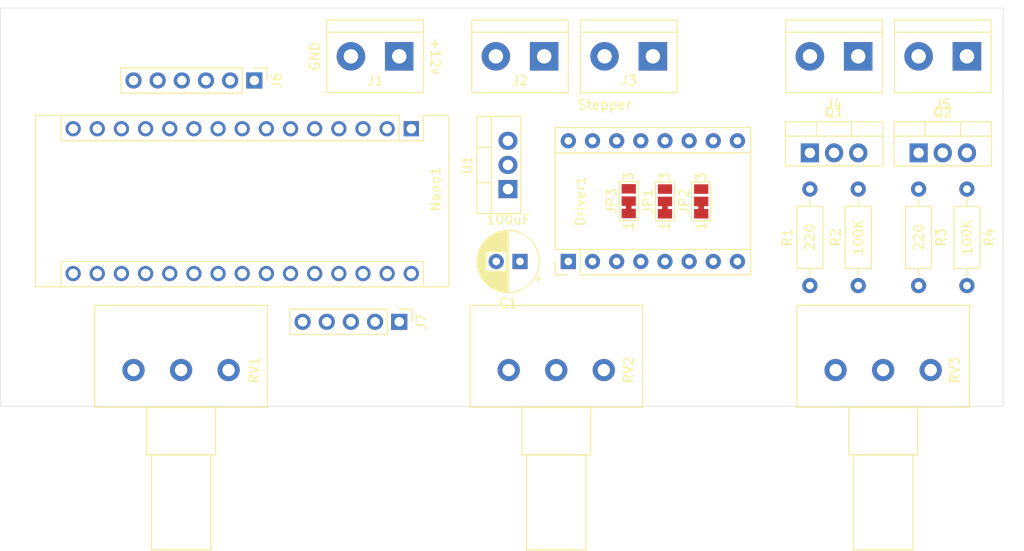
<source format=kicad_pcb>
(kicad_pcb (version 20171130) (host pcbnew 5.1.10-88a1d61d58~90~ubuntu20.04.1)

  (general
    (thickness 1.6)
    (drawings 7)
    (tracks 0)
    (zones 0)
    (modules 27)
    (nets 34)
  )

  (page A4)
  (layers
    (0 F.Cu signal)
    (31 B.Cu signal)
    (33 F.Adhes user)
    (35 F.Paste user)
    (37 F.SilkS user)
    (38 B.Mask user)
    (39 F.Mask user)
    (40 Dwgs.User user)
    (41 Cmts.User user)
    (42 Eco1.User user)
    (43 Eco2.User user)
    (44 Edge.Cuts user)
    (45 Margin user)
    (46 B.CrtYd user)
    (47 F.CrtYd user)
    (49 F.Fab user)
  )

  (setup
    (last_trace_width 0.5)
    (user_trace_width 1)
    (trace_clearance 0.2)
    (zone_clearance 0.508)
    (zone_45_only no)
    (trace_min 0.2)
    (via_size 0.8)
    (via_drill 0.4)
    (via_min_size 0.4)
    (via_min_drill 0.3)
    (uvia_size 0.3)
    (uvia_drill 0.1)
    (uvias_allowed no)
    (uvia_min_size 0.2)
    (uvia_min_drill 0.1)
    (edge_width 0.05)
    (segment_width 0.2)
    (pcb_text_width 0.3)
    (pcb_text_size 1.5 1.5)
    (mod_edge_width 0.12)
    (mod_text_size 1 1)
    (mod_text_width 0.15)
    (pad_size 1.524 1.524)
    (pad_drill 0.762)
    (pad_to_mask_clearance 0)
    (aux_axis_origin 0 0)
    (grid_origin 58.42 59.69)
    (visible_elements FFFFFF7F)
    (pcbplotparams
      (layerselection 0x010e0_ffffffff)
      (usegerberextensions false)
      (usegerberattributes true)
      (usegerberadvancedattributes true)
      (creategerberjobfile true)
      (excludeedgelayer true)
      (linewidth 0.100000)
      (plotframeref false)
      (viasonmask false)
      (mode 1)
      (useauxorigin false)
      (hpglpennumber 1)
      (hpglpenspeed 20)
      (hpglpendiameter 15.000000)
      (psnegative false)
      (psa4output false)
      (plotreference true)
      (plotvalue true)
      (plotinvisibletext false)
      (padsonsilk false)
      (subtractmaskfromsilk false)
      (outputformat 1)
      (mirror false)
      (drillshape 0)
      (scaleselection 1)
      (outputdirectory ""))
  )

  (net 0 "")
  (net 1 "Net-(Driver1-Pad16)")
  (net 2 +12V)
  (net 3 "Net-(Driver1-Pad15)")
  (net 4 GND)
  (net 5 "Net-(Driver1-Pad6)")
  (net 6 "Net-(Driver1-Pad13)")
  (net 7 "Net-(Driver1-Pad5)")
  (net 8 "Net-(Driver1-Pad4)")
  (net 9 "Net-(Driver1-Pad3)")
  (net 10 +5V)
  (net 11 "Net-(Driver1-Pad9)")
  (net 12 "Net-(Nano1-Pad21)")
  (net 13 "Net-(Nano1-Pad20)")
  (net 14 "Net-(Nano1-Pad19)")
  (net 15 "Net-(Nano1-Pad8)")
  (net 16 "Net-(Q1-Pad1)")
  (net 17 "Net-(Q2-Pad1)")
  (net 18 "Net-(J4-Pad1)")
  (net 19 "Net-(J5-Pad1)")
  (net 20 "Net-(J6-Pad1)")
  (net 21 "Net-(Driver1-Pad12)")
  (net 22 "Net-(Driver1-Pad11)")
  (net 23 "Net-(Driver1-Pad10)")
  (net 24 "Net-(J6-Pad6)")
  (net 25 "Net-(J6-Pad5)")
  (net 26 "Net-(J6-Pad4)")
  (net 27 "Net-(J6-Pad3)")
  (net 28 "Net-(J6-Pad2)")
  (net 29 "Net-(J7-Pad5)")
  (net 30 "Net-(J7-Pad4)")
  (net 31 "Net-(J7-Pad3)")
  (net 32 "Net-(J7-Pad2)")
  (net 33 "Net-(J7-Pad1)")

  (net_class Default "This is the default net class."
    (clearance 0.2)
    (trace_width 0.5)
    (via_dia 0.8)
    (via_drill 0.4)
    (uvia_dia 0.3)
    (uvia_drill 0.1)
    (add_net "Net-(Driver1-Pad10)")
    (add_net "Net-(Driver1-Pad11)")
    (add_net "Net-(Driver1-Pad12)")
    (add_net "Net-(Driver1-Pad13)")
    (add_net "Net-(Driver1-Pad15)")
    (add_net "Net-(Driver1-Pad16)")
    (add_net "Net-(Driver1-Pad3)")
    (add_net "Net-(Driver1-Pad4)")
    (add_net "Net-(Driver1-Pad5)")
    (add_net "Net-(Driver1-Pad6)")
    (add_net "Net-(Driver1-Pad9)")
    (add_net "Net-(J6-Pad2)")
    (add_net "Net-(J6-Pad3)")
    (add_net "Net-(J6-Pad4)")
    (add_net "Net-(J6-Pad5)")
    (add_net "Net-(J6-Pad6)")
    (add_net "Net-(J7-Pad1)")
    (add_net "Net-(J7-Pad2)")
    (add_net "Net-(J7-Pad3)")
    (add_net "Net-(J7-Pad4)")
    (add_net "Net-(J7-Pad5)")
    (add_net "Net-(Nano1-Pad1)")
    (add_net "Net-(Nano1-Pad17)")
    (add_net "Net-(Nano1-Pad18)")
    (add_net "Net-(Nano1-Pad19)")
    (add_net "Net-(Nano1-Pad2)")
    (add_net "Net-(Nano1-Pad20)")
    (add_net "Net-(Nano1-Pad21)")
    (add_net "Net-(Nano1-Pad28)")
    (add_net "Net-(Nano1-Pad3)")
    (add_net "Net-(Nano1-Pad30)")
    (add_net "Net-(Nano1-Pad8)")
  )

  (net_class Power ""
    (clearance 0.2)
    (trace_width 1)
    (via_dia 0.8)
    (via_drill 0.4)
    (uvia_dia 0.3)
    (uvia_drill 0.1)
    (add_net +12V)
    (add_net +5V)
    (add_net GND)
    (add_net "Net-(J4-Pad1)")
    (add_net "Net-(J5-Pad1)")
    (add_net "Net-(J6-Pad1)")
    (add_net "Net-(Q1-Pad1)")
    (add_net "Net-(Q2-Pad1)")
  )

  (module Package_TO_SOT_THT:TO-220-3_Vertical (layer F.Cu) (tedit 5AC8BA0D) (tstamp 615E5F38)
    (at 111.76 78.74 90)
    (descr "TO-220-3, Vertical, RM 2.54mm, see https://www.vishay.com/docs/66542/to-220-1.pdf")
    (tags "TO-220-3 Vertical RM 2.54mm")
    (path /615E50B0)
    (fp_text reference U1 (at 2.54 -4.27 90) (layer F.SilkS)
      (effects (font (size 1 1) (thickness 0.15)))
    )
    (fp_text value LM7805_TO220 (at 2.54 2.5 90) (layer F.Fab)
      (effects (font (size 1 1) (thickness 0.15)))
    )
    (fp_text user %R (at 2.54 -4.27 90) (layer F.Fab)
      (effects (font (size 1 1) (thickness 0.15)))
    )
    (fp_line (start -2.46 -3.15) (end -2.46 1.25) (layer F.Fab) (width 0.1))
    (fp_line (start -2.46 1.25) (end 7.54 1.25) (layer F.Fab) (width 0.1))
    (fp_line (start 7.54 1.25) (end 7.54 -3.15) (layer F.Fab) (width 0.1))
    (fp_line (start 7.54 -3.15) (end -2.46 -3.15) (layer F.Fab) (width 0.1))
    (fp_line (start -2.46 -1.88) (end 7.54 -1.88) (layer F.Fab) (width 0.1))
    (fp_line (start 0.69 -3.15) (end 0.69 -1.88) (layer F.Fab) (width 0.1))
    (fp_line (start 4.39 -3.15) (end 4.39 -1.88) (layer F.Fab) (width 0.1))
    (fp_line (start -2.58 -3.27) (end 7.66 -3.27) (layer F.SilkS) (width 0.12))
    (fp_line (start -2.58 1.371) (end 7.66 1.371) (layer F.SilkS) (width 0.12))
    (fp_line (start -2.58 -3.27) (end -2.58 1.371) (layer F.SilkS) (width 0.12))
    (fp_line (start 7.66 -3.27) (end 7.66 1.371) (layer F.SilkS) (width 0.12))
    (fp_line (start -2.58 -1.76) (end 7.66 -1.76) (layer F.SilkS) (width 0.12))
    (fp_line (start 0.69 -3.27) (end 0.69 -1.76) (layer F.SilkS) (width 0.12))
    (fp_line (start 4.391 -3.27) (end 4.391 -1.76) (layer F.SilkS) (width 0.12))
    (fp_line (start -2.71 -3.4) (end -2.71 1.51) (layer F.CrtYd) (width 0.05))
    (fp_line (start -2.71 1.51) (end 7.79 1.51) (layer F.CrtYd) (width 0.05))
    (fp_line (start 7.79 1.51) (end 7.79 -3.4) (layer F.CrtYd) (width 0.05))
    (fp_line (start 7.79 -3.4) (end -2.71 -3.4) (layer F.CrtYd) (width 0.05))
    (pad 3 thru_hole oval (at 5.08 0 90) (size 1.905 2) (drill 1.1) (layers *.Cu *.Mask)
      (net 10 +5V))
    (pad 2 thru_hole oval (at 2.54 0 90) (size 1.905 2) (drill 1.1) (layers *.Cu *.Mask)
      (net 4 GND))
    (pad 1 thru_hole rect (at 0 0 90) (size 1.905 2) (drill 1.1) (layers *.Cu *.Mask)
      (net 2 +12V))
    (model ${KISYS3DMOD}/Package_TO_SOT_THT.3dshapes/TO-220-3_Vertical.wrl
      (at (xyz 0 0 0))
      (scale (xyz 1 1 1))
      (rotate (xyz 0 0 0))
    )
  )

  (module MountingHole:MountingHole_3.2mm_M3 (layer F.Cu) (tedit 56D1B4CB) (tstamp 615BDE77)
    (at 135.89 96.52)
    (descr "Mounting Hole 3.2mm, no annular, M3")
    (tags "mounting hole 3.2mm no annular m3")
    (path /6164EFED)
    (attr virtual)
    (fp_text reference H4 (at 0 -4.2) (layer F.Fab)
      (effects (font (size 1 1) (thickness 0.15)))
    )
    (fp_text value MountingHole (at 0 4.2) (layer F.Fab)
      (effects (font (size 1 1) (thickness 0.15)))
    )
    (fp_circle (center 0 0) (end 3.45 0) (layer F.CrtYd) (width 0.05))
    (fp_circle (center 0 0) (end 3.2 0) (layer Cmts.User) (width 0.15))
    (fp_text user %R (at 0.3 0) (layer F.Fab)
      (effects (font (size 1 1) (thickness 0.15)))
    )
    (pad 1 np_thru_hole circle (at 0 0) (size 3.2 3.2) (drill 3.2) (layers *.Cu *.Mask))
  )

  (module MountingHole:MountingHole_3.2mm_M3 (layer F.Cu) (tedit 56D1B4CB) (tstamp 615BB31F)
    (at 135.89 64.77)
    (descr "Mounting Hole 3.2mm, no annular, M3")
    (tags "mounting hole 3.2mm no annular m3")
    (path /6164EE49)
    (attr virtual)
    (fp_text reference H3 (at 0 -4.2) (layer F.Fab)
      (effects (font (size 1 1) (thickness 0.15)))
    )
    (fp_text value MountingHole (at 0 4.2) (layer F.Fab)
      (effects (font (size 1 1) (thickness 0.15)))
    )
    (fp_circle (center 0 0) (end 3.45 0) (layer F.CrtYd) (width 0.05))
    (fp_circle (center 0 0) (end 3.2 0) (layer Cmts.User) (width 0.15))
    (fp_text user %R (at 0.3 0) (layer F.Fab)
      (effects (font (size 1 1) (thickness 0.15)))
    )
    (pad 1 np_thru_hole circle (at 0 0) (size 3.2 3.2) (drill 3.2) (layers *.Cu *.Mask))
  )

  (module MountingHole:MountingHole_3.2mm_M3 (layer F.Cu) (tedit 56D1B4CB) (tstamp 615BB317)
    (at 63.5 96.52)
    (descr "Mounting Hole 3.2mm, no annular, M3")
    (tags "mounting hole 3.2mm no annular m3")
    (path /6164ECC8)
    (attr virtual)
    (fp_text reference H2 (at 0 -4.2) (layer F.Fab)
      (effects (font (size 1 1) (thickness 0.15)))
    )
    (fp_text value MountingHole (at 0 4.2) (layer F.Fab)
      (effects (font (size 1 1) (thickness 0.15)))
    )
    (fp_circle (center 0 0) (end 3.45 0) (layer F.CrtYd) (width 0.05))
    (fp_circle (center 0 0) (end 3.2 0) (layer Cmts.User) (width 0.15))
    (fp_text user %R (at 0.3 0) (layer F.Fab)
      (effects (font (size 1 1) (thickness 0.15)))
    )
    (pad 1 np_thru_hole circle (at 0 0) (size 3.2 3.2) (drill 3.2) (layers *.Cu *.Mask))
  )

  (module MountingHole:MountingHole_3.2mm_M3 (layer F.Cu) (tedit 56D1B4CB) (tstamp 615BB30F)
    (at 63.5 64.77)
    (descr "Mounting Hole 3.2mm, no annular, M3")
    (tags "mounting hole 3.2mm no annular m3")
    (path /6164DDB5)
    (attr virtual)
    (fp_text reference H1 (at 0 -4.2) (layer F.Fab)
      (effects (font (size 1 1) (thickness 0.15)))
    )
    (fp_text value MountingHole (at 0 4.2) (layer F.Fab)
      (effects (font (size 1 1) (thickness 0.15)))
    )
    (fp_circle (center 0 0) (end 3.45 0) (layer F.CrtYd) (width 0.05))
    (fp_circle (center 0 0) (end 3.2 0) (layer Cmts.User) (width 0.15))
    (fp_text user %R (at 0.3 0) (layer F.Fab)
      (effects (font (size 1 1) (thickness 0.15)))
    )
    (pad 1 np_thru_hole circle (at 0 0) (size 3.2 3.2) (drill 3.2) (layers *.Cu *.Mask))
  )

  (module Connector_PinHeader_2.54mm:PinHeader_1x05_P2.54mm_Vertical (layer F.Cu) (tedit 59FED5CC) (tstamp 615B89F3)
    (at 100.33 92.71 270)
    (descr "Through hole straight pin header, 1x05, 2.54mm pitch, single row")
    (tags "Through hole pin header THT 1x05 2.54mm single row")
    (path /6163FB69)
    (fp_text reference J7 (at 0 -2.33 90) (layer F.SilkS)
      (effects (font (size 1 1) (thickness 0.15)))
    )
    (fp_text value Conn_01x05_Male (at 0 12.49 90) (layer F.Fab)
      (effects (font (size 1 1) (thickness 0.15)))
    )
    (fp_line (start 1.8 -1.8) (end -1.8 -1.8) (layer F.CrtYd) (width 0.05))
    (fp_line (start 1.8 11.95) (end 1.8 -1.8) (layer F.CrtYd) (width 0.05))
    (fp_line (start -1.8 11.95) (end 1.8 11.95) (layer F.CrtYd) (width 0.05))
    (fp_line (start -1.8 -1.8) (end -1.8 11.95) (layer F.CrtYd) (width 0.05))
    (fp_line (start -1.33 -1.33) (end 0 -1.33) (layer F.SilkS) (width 0.12))
    (fp_line (start -1.33 0) (end -1.33 -1.33) (layer F.SilkS) (width 0.12))
    (fp_line (start -1.33 1.27) (end 1.33 1.27) (layer F.SilkS) (width 0.12))
    (fp_line (start 1.33 1.27) (end 1.33 11.49) (layer F.SilkS) (width 0.12))
    (fp_line (start -1.33 1.27) (end -1.33 11.49) (layer F.SilkS) (width 0.12))
    (fp_line (start -1.33 11.49) (end 1.33 11.49) (layer F.SilkS) (width 0.12))
    (fp_line (start -1.27 -0.635) (end -0.635 -1.27) (layer F.Fab) (width 0.1))
    (fp_line (start -1.27 11.43) (end -1.27 -0.635) (layer F.Fab) (width 0.1))
    (fp_line (start 1.27 11.43) (end -1.27 11.43) (layer F.Fab) (width 0.1))
    (fp_line (start 1.27 -1.27) (end 1.27 11.43) (layer F.Fab) (width 0.1))
    (fp_line (start -0.635 -1.27) (end 1.27 -1.27) (layer F.Fab) (width 0.1))
    (fp_text user %R (at 0 5.08) (layer F.Fab)
      (effects (font (size 1 1) (thickness 0.15)))
    )
    (pad 5 thru_hole oval (at 0 10.16 270) (size 1.7 1.7) (drill 1) (layers *.Cu *.Mask)
      (net 29 "Net-(J7-Pad5)"))
    (pad 4 thru_hole oval (at 0 7.62 270) (size 1.7 1.7) (drill 1) (layers *.Cu *.Mask)
      (net 30 "Net-(J7-Pad4)"))
    (pad 3 thru_hole oval (at 0 5.08 270) (size 1.7 1.7) (drill 1) (layers *.Cu *.Mask)
      (net 31 "Net-(J7-Pad3)"))
    (pad 2 thru_hole oval (at 0 2.54 270) (size 1.7 1.7) (drill 1) (layers *.Cu *.Mask)
      (net 32 "Net-(J7-Pad2)"))
    (pad 1 thru_hole rect (at 0 0 270) (size 1.7 1.7) (drill 1) (layers *.Cu *.Mask)
      (net 33 "Net-(J7-Pad1)"))
    (model ${KISYS3DMOD}/Connector_PinHeader_2.54mm.3dshapes/PinHeader_1x05_P2.54mm_Vertical.wrl
      (at (xyz 0 0 0))
      (scale (xyz 1 1 1))
      (rotate (xyz 0 0 0))
    )
  )

  (module Connector_PinHeader_2.54mm:PinHeader_1x06_P2.54mm_Vertical (layer F.Cu) (tedit 59FED5CC) (tstamp 615B89DA)
    (at 85.09 67.31 270)
    (descr "Through hole straight pin header, 1x06, 2.54mm pitch, single row")
    (tags "Through hole pin header THT 1x06 2.54mm single row")
    (path /6163D794)
    (fp_text reference J6 (at 0 -2.33 90) (layer F.SilkS)
      (effects (font (size 1 1) (thickness 0.15)))
    )
    (fp_text value Conn_01x06_Male (at 0 15.03 90) (layer F.Fab)
      (effects (font (size 1 1) (thickness 0.15)))
    )
    (fp_line (start 1.8 -1.8) (end -1.8 -1.8) (layer F.CrtYd) (width 0.05))
    (fp_line (start 1.8 14.5) (end 1.8 -1.8) (layer F.CrtYd) (width 0.05))
    (fp_line (start -1.8 14.5) (end 1.8 14.5) (layer F.CrtYd) (width 0.05))
    (fp_line (start -1.8 -1.8) (end -1.8 14.5) (layer F.CrtYd) (width 0.05))
    (fp_line (start -1.33 -1.33) (end 0 -1.33) (layer F.SilkS) (width 0.12))
    (fp_line (start -1.33 0) (end -1.33 -1.33) (layer F.SilkS) (width 0.12))
    (fp_line (start -1.33 1.27) (end 1.33 1.27) (layer F.SilkS) (width 0.12))
    (fp_line (start 1.33 1.27) (end 1.33 14.03) (layer F.SilkS) (width 0.12))
    (fp_line (start -1.33 1.27) (end -1.33 14.03) (layer F.SilkS) (width 0.12))
    (fp_line (start -1.33 14.03) (end 1.33 14.03) (layer F.SilkS) (width 0.12))
    (fp_line (start -1.27 -0.635) (end -0.635 -1.27) (layer F.Fab) (width 0.1))
    (fp_line (start -1.27 13.97) (end -1.27 -0.635) (layer F.Fab) (width 0.1))
    (fp_line (start 1.27 13.97) (end -1.27 13.97) (layer F.Fab) (width 0.1))
    (fp_line (start 1.27 -1.27) (end 1.27 13.97) (layer F.Fab) (width 0.1))
    (fp_line (start -0.635 -1.27) (end 1.27 -1.27) (layer F.Fab) (width 0.1))
    (fp_text user %R (at 0 6.35) (layer F.Fab)
      (effects (font (size 1 1) (thickness 0.15)))
    )
    (pad 6 thru_hole oval (at 0 12.7 270) (size 1.7 1.7) (drill 1) (layers *.Cu *.Mask)
      (net 24 "Net-(J6-Pad6)"))
    (pad 5 thru_hole oval (at 0 10.16 270) (size 1.7 1.7) (drill 1) (layers *.Cu *.Mask)
      (net 25 "Net-(J6-Pad5)"))
    (pad 4 thru_hole oval (at 0 7.62 270) (size 1.7 1.7) (drill 1) (layers *.Cu *.Mask)
      (net 26 "Net-(J6-Pad4)"))
    (pad 3 thru_hole oval (at 0 5.08 270) (size 1.7 1.7) (drill 1) (layers *.Cu *.Mask)
      (net 27 "Net-(J6-Pad3)"))
    (pad 2 thru_hole oval (at 0 2.54 270) (size 1.7 1.7) (drill 1) (layers *.Cu *.Mask)
      (net 28 "Net-(J6-Pad2)"))
    (pad 1 thru_hole rect (at 0 0 270) (size 1.7 1.7) (drill 1) (layers *.Cu *.Mask)
      (net 20 "Net-(J6-Pad1)"))
    (model ${KISYS3DMOD}/Connector_PinHeader_2.54mm.3dshapes/PinHeader_1x06_P2.54mm_Vertical.wrl
      (at (xyz 0 0 0))
      (scale (xyz 1 1 1))
      (rotate (xyz 0 0 0))
    )
  )

  (module Jumper:SolderJumper-3_P1.3mm_Bridged12_Pad1.0x1.5mm_NumberLabels (layer F.Cu) (tedit 5C756B5B) (tstamp 615B5C99)
    (at 124.46 80.01 90)
    (descr "SMD Solder Jumper, 1x1.5mm Pads, 0.3mm gap, pads 1-2 bridged with 1 copper strip, labeled with numbers")
    (tags "solder jumper open")
    (path /615CF697)
    (attr virtual)
    (fp_text reference JP3 (at 0 -1.8 90) (layer F.SilkS)
      (effects (font (size 1 1) (thickness 0.15)))
    )
    (fp_text value SolderJumper_3_Bridged12 (at 0 1.9 90) (layer F.Fab)
      (effects (font (size 1 1) (thickness 0.15)))
    )
    (fp_poly (pts (xy -0.9 -0.3) (xy -0.4 -0.3) (xy -0.4 0.3) (xy -0.9 0.3)) (layer F.Cu) (width 0))
    (fp_line (start 2.3 1.25) (end -2.3 1.25) (layer F.CrtYd) (width 0.05))
    (fp_line (start 2.3 1.25) (end 2.3 -1.25) (layer F.CrtYd) (width 0.05))
    (fp_line (start -2.3 -1.25) (end -2.3 1.25) (layer F.CrtYd) (width 0.05))
    (fp_line (start -2.3 -1.25) (end 2.3 -1.25) (layer F.CrtYd) (width 0.05))
    (fp_line (start -2.05 -1) (end 2.05 -1) (layer F.SilkS) (width 0.12))
    (fp_line (start 2.05 -1) (end 2.05 1) (layer F.SilkS) (width 0.12))
    (fp_line (start 2.05 1) (end -2.05 1) (layer F.SilkS) (width 0.12))
    (fp_line (start -2.05 1) (end -2.05 -1) (layer F.SilkS) (width 0.12))
    (fp_text user 1 (at -2.6 0 90) (layer F.SilkS)
      (effects (font (size 1 1) (thickness 0.15)))
    )
    (fp_text user 3 (at 2.6 0 90) (layer F.SilkS)
      (effects (font (size 1 1) (thickness 0.15)))
    )
    (pad 2 smd rect (at 0 0 90) (size 1 1.5) (layers F.Cu F.Mask)
      (net 21 "Net-(Driver1-Pad12)"))
    (pad 3 smd rect (at 1.3 0 90) (size 1 1.5) (layers F.Cu F.Mask)
      (net 10 +5V))
    (pad 1 smd rect (at -1.3 0 90) (size 1 1.5) (layers F.Cu F.Mask)
      (net 4 GND))
  )

  (module Jumper:SolderJumper-3_P1.3mm_Bridged12_Pad1.0x1.5mm_NumberLabels (layer F.Cu) (tedit 5C756B5B) (tstamp 615B5582)
    (at 132.08 80.04 90)
    (descr "SMD Solder Jumper, 1x1.5mm Pads, 0.3mm gap, pads 1-2 bridged with 1 copper strip, labeled with numbers")
    (tags "solder jumper open")
    (path /615C93FC)
    (attr virtual)
    (fp_text reference JP2 (at 0 -1.8 90) (layer F.SilkS)
      (effects (font (size 1 1) (thickness 0.15)))
    )
    (fp_text value SolderJumper_3_Bridged12 (at 0 1.9 90) (layer F.Fab)
      (effects (font (size 1 1) (thickness 0.15)))
    )
    (fp_poly (pts (xy -0.9 -0.3) (xy -0.4 -0.3) (xy -0.4 0.3) (xy -0.9 0.3)) (layer F.Cu) (width 0))
    (fp_line (start 2.3 1.25) (end -2.3 1.25) (layer F.CrtYd) (width 0.05))
    (fp_line (start 2.3 1.25) (end 2.3 -1.25) (layer F.CrtYd) (width 0.05))
    (fp_line (start -2.3 -1.25) (end -2.3 1.25) (layer F.CrtYd) (width 0.05))
    (fp_line (start -2.3 -1.25) (end 2.3 -1.25) (layer F.CrtYd) (width 0.05))
    (fp_line (start -2.05 -1) (end 2.05 -1) (layer F.SilkS) (width 0.12))
    (fp_line (start 2.05 -1) (end 2.05 1) (layer F.SilkS) (width 0.12))
    (fp_line (start 2.05 1) (end -2.05 1) (layer F.SilkS) (width 0.12))
    (fp_line (start -2.05 1) (end -2.05 -1) (layer F.SilkS) (width 0.12))
    (fp_text user 1 (at -2.6 0 90) (layer F.SilkS)
      (effects (font (size 1 1) (thickness 0.15)))
    )
    (fp_text user 3 (at 2.6 0 90) (layer F.SilkS)
      (effects (font (size 1 1) (thickness 0.15)))
    )
    (pad 2 smd rect (at 0 0 90) (size 1 1.5) (layers F.Cu F.Mask)
      (net 22 "Net-(Driver1-Pad11)"))
    (pad 3 smd rect (at 1.3 0 90) (size 1 1.5) (layers F.Cu F.Mask)
      (net 10 +5V))
    (pad 1 smd rect (at -1.3 0 90) (size 1 1.5) (layers F.Cu F.Mask)
      (net 4 GND))
  )

  (module Jumper:SolderJumper-3_P1.3mm_Bridged12_Pad1.0x1.5mm_NumberLabels (layer F.Cu) (tedit 5C756B5B) (tstamp 615B5570)
    (at 128.27 80.04 90)
    (descr "SMD Solder Jumper, 1x1.5mm Pads, 0.3mm gap, pads 1-2 bridged with 1 copper strip, labeled with numbers")
    (tags "solder jumper open")
    (path /615C72FF)
    (attr virtual)
    (fp_text reference JP1 (at 0 -1.8 90) (layer F.SilkS)
      (effects (font (size 1 1) (thickness 0.15)))
    )
    (fp_text value SolderJumper_3_Bridged12 (at 0 1.9 90) (layer F.Fab)
      (effects (font (size 1 1) (thickness 0.15)))
    )
    (fp_poly (pts (xy -0.9 -0.3) (xy -0.4 -0.3) (xy -0.4 0.3) (xy -0.9 0.3)) (layer F.Cu) (width 0))
    (fp_line (start 2.3 1.25) (end -2.3 1.25) (layer F.CrtYd) (width 0.05))
    (fp_line (start 2.3 1.25) (end 2.3 -1.25) (layer F.CrtYd) (width 0.05))
    (fp_line (start -2.3 -1.25) (end -2.3 1.25) (layer F.CrtYd) (width 0.05))
    (fp_line (start -2.3 -1.25) (end 2.3 -1.25) (layer F.CrtYd) (width 0.05))
    (fp_line (start -2.05 -1) (end 2.05 -1) (layer F.SilkS) (width 0.12))
    (fp_line (start 2.05 -1) (end 2.05 1) (layer F.SilkS) (width 0.12))
    (fp_line (start 2.05 1) (end -2.05 1) (layer F.SilkS) (width 0.12))
    (fp_line (start -2.05 1) (end -2.05 -1) (layer F.SilkS) (width 0.12))
    (fp_text user 1 (at -2.6 0 90) (layer F.SilkS)
      (effects (font (size 1 1) (thickness 0.15)))
    )
    (fp_text user 3 (at 2.6 0 90) (layer F.SilkS)
      (effects (font (size 1 1) (thickness 0.15)))
    )
    (pad 2 smd rect (at 0 0 90) (size 1 1.5) (layers F.Cu F.Mask)
      (net 23 "Net-(Driver1-Pad10)"))
    (pad 3 smd rect (at 1.3 0 90) (size 1 1.5) (layers F.Cu F.Mask)
      (net 10 +5V))
    (pad 1 smd rect (at -1.3 0 90) (size 1 1.5) (layers F.Cu F.Mask)
      (net 4 GND))
  )

  (module Capacitor_THT:CP_Radial_D6.3mm_P2.50mm (layer F.Cu) (tedit 5AE50EF0) (tstamp 615B5420)
    (at 113.03 86.36 180)
    (descr "CP, Radial series, Radial, pin pitch=2.50mm, , diameter=6.3mm, Electrolytic Capacitor")
    (tags "CP Radial series Radial pin pitch 2.50mm  diameter 6.3mm Electrolytic Capacitor")
    (path /615BCE58)
    (fp_text reference C1 (at 1.25 -4.4) (layer F.SilkS)
      (effects (font (size 1 1) (thickness 0.15)))
    )
    (fp_text value 100uF (at 1.25 4.4) (layer F.SilkS)
      (effects (font (size 1 1) (thickness 0.15)))
    )
    (fp_line (start -1.935241 -2.154) (end -1.935241 -1.524) (layer F.SilkS) (width 0.12))
    (fp_line (start -2.250241 -1.839) (end -1.620241 -1.839) (layer F.SilkS) (width 0.12))
    (fp_line (start 4.491 -0.402) (end 4.491 0.402) (layer F.SilkS) (width 0.12))
    (fp_line (start 4.451 -0.633) (end 4.451 0.633) (layer F.SilkS) (width 0.12))
    (fp_line (start 4.411 -0.802) (end 4.411 0.802) (layer F.SilkS) (width 0.12))
    (fp_line (start 4.371 -0.94) (end 4.371 0.94) (layer F.SilkS) (width 0.12))
    (fp_line (start 4.331 -1.059) (end 4.331 1.059) (layer F.SilkS) (width 0.12))
    (fp_line (start 4.291 -1.165) (end 4.291 1.165) (layer F.SilkS) (width 0.12))
    (fp_line (start 4.251 -1.262) (end 4.251 1.262) (layer F.SilkS) (width 0.12))
    (fp_line (start 4.211 -1.35) (end 4.211 1.35) (layer F.SilkS) (width 0.12))
    (fp_line (start 4.171 -1.432) (end 4.171 1.432) (layer F.SilkS) (width 0.12))
    (fp_line (start 4.131 -1.509) (end 4.131 1.509) (layer F.SilkS) (width 0.12))
    (fp_line (start 4.091 -1.581) (end 4.091 1.581) (layer F.SilkS) (width 0.12))
    (fp_line (start 4.051 -1.65) (end 4.051 1.65) (layer F.SilkS) (width 0.12))
    (fp_line (start 4.011 -1.714) (end 4.011 1.714) (layer F.SilkS) (width 0.12))
    (fp_line (start 3.971 -1.776) (end 3.971 1.776) (layer F.SilkS) (width 0.12))
    (fp_line (start 3.931 -1.834) (end 3.931 1.834) (layer F.SilkS) (width 0.12))
    (fp_line (start 3.891 -1.89) (end 3.891 1.89) (layer F.SilkS) (width 0.12))
    (fp_line (start 3.851 -1.944) (end 3.851 1.944) (layer F.SilkS) (width 0.12))
    (fp_line (start 3.811 -1.995) (end 3.811 1.995) (layer F.SilkS) (width 0.12))
    (fp_line (start 3.771 -2.044) (end 3.771 2.044) (layer F.SilkS) (width 0.12))
    (fp_line (start 3.731 -2.092) (end 3.731 2.092) (layer F.SilkS) (width 0.12))
    (fp_line (start 3.691 -2.137) (end 3.691 2.137) (layer F.SilkS) (width 0.12))
    (fp_line (start 3.651 -2.182) (end 3.651 2.182) (layer F.SilkS) (width 0.12))
    (fp_line (start 3.611 -2.224) (end 3.611 2.224) (layer F.SilkS) (width 0.12))
    (fp_line (start 3.571 -2.265) (end 3.571 2.265) (layer F.SilkS) (width 0.12))
    (fp_line (start 3.531 1.04) (end 3.531 2.305) (layer F.SilkS) (width 0.12))
    (fp_line (start 3.531 -2.305) (end 3.531 -1.04) (layer F.SilkS) (width 0.12))
    (fp_line (start 3.491 1.04) (end 3.491 2.343) (layer F.SilkS) (width 0.12))
    (fp_line (start 3.491 -2.343) (end 3.491 -1.04) (layer F.SilkS) (width 0.12))
    (fp_line (start 3.451 1.04) (end 3.451 2.38) (layer F.SilkS) (width 0.12))
    (fp_line (start 3.451 -2.38) (end 3.451 -1.04) (layer F.SilkS) (width 0.12))
    (fp_line (start 3.411 1.04) (end 3.411 2.416) (layer F.SilkS) (width 0.12))
    (fp_line (start 3.411 -2.416) (end 3.411 -1.04) (layer F.SilkS) (width 0.12))
    (fp_line (start 3.371 1.04) (end 3.371 2.45) (layer F.SilkS) (width 0.12))
    (fp_line (start 3.371 -2.45) (end 3.371 -1.04) (layer F.SilkS) (width 0.12))
    (fp_line (start 3.331 1.04) (end 3.331 2.484) (layer F.SilkS) (width 0.12))
    (fp_line (start 3.331 -2.484) (end 3.331 -1.04) (layer F.SilkS) (width 0.12))
    (fp_line (start 3.291 1.04) (end 3.291 2.516) (layer F.SilkS) (width 0.12))
    (fp_line (start 3.291 -2.516) (end 3.291 -1.04) (layer F.SilkS) (width 0.12))
    (fp_line (start 3.251 1.04) (end 3.251 2.548) (layer F.SilkS) (width 0.12))
    (fp_line (start 3.251 -2.548) (end 3.251 -1.04) (layer F.SilkS) (width 0.12))
    (fp_line (start 3.211 1.04) (end 3.211 2.578) (layer F.SilkS) (width 0.12))
    (fp_line (start 3.211 -2.578) (end 3.211 -1.04) (layer F.SilkS) (width 0.12))
    (fp_line (start 3.171 1.04) (end 3.171 2.607) (layer F.SilkS) (width 0.12))
    (fp_line (start 3.171 -2.607) (end 3.171 -1.04) (layer F.SilkS) (width 0.12))
    (fp_line (start 3.131 1.04) (end 3.131 2.636) (layer F.SilkS) (width 0.12))
    (fp_line (start 3.131 -2.636) (end 3.131 -1.04) (layer F.SilkS) (width 0.12))
    (fp_line (start 3.091 1.04) (end 3.091 2.664) (layer F.SilkS) (width 0.12))
    (fp_line (start 3.091 -2.664) (end 3.091 -1.04) (layer F.SilkS) (width 0.12))
    (fp_line (start 3.051 1.04) (end 3.051 2.69) (layer F.SilkS) (width 0.12))
    (fp_line (start 3.051 -2.69) (end 3.051 -1.04) (layer F.SilkS) (width 0.12))
    (fp_line (start 3.011 1.04) (end 3.011 2.716) (layer F.SilkS) (width 0.12))
    (fp_line (start 3.011 -2.716) (end 3.011 -1.04) (layer F.SilkS) (width 0.12))
    (fp_line (start 2.971 1.04) (end 2.971 2.742) (layer F.SilkS) (width 0.12))
    (fp_line (start 2.971 -2.742) (end 2.971 -1.04) (layer F.SilkS) (width 0.12))
    (fp_line (start 2.931 1.04) (end 2.931 2.766) (layer F.SilkS) (width 0.12))
    (fp_line (start 2.931 -2.766) (end 2.931 -1.04) (layer F.SilkS) (width 0.12))
    (fp_line (start 2.891 1.04) (end 2.891 2.79) (layer F.SilkS) (width 0.12))
    (fp_line (start 2.891 -2.79) (end 2.891 -1.04) (layer F.SilkS) (width 0.12))
    (fp_line (start 2.851 1.04) (end 2.851 2.812) (layer F.SilkS) (width 0.12))
    (fp_line (start 2.851 -2.812) (end 2.851 -1.04) (layer F.SilkS) (width 0.12))
    (fp_line (start 2.811 1.04) (end 2.811 2.834) (layer F.SilkS) (width 0.12))
    (fp_line (start 2.811 -2.834) (end 2.811 -1.04) (layer F.SilkS) (width 0.12))
    (fp_line (start 2.771 1.04) (end 2.771 2.856) (layer F.SilkS) (width 0.12))
    (fp_line (start 2.771 -2.856) (end 2.771 -1.04) (layer F.SilkS) (width 0.12))
    (fp_line (start 2.731 1.04) (end 2.731 2.876) (layer F.SilkS) (width 0.12))
    (fp_line (start 2.731 -2.876) (end 2.731 -1.04) (layer F.SilkS) (width 0.12))
    (fp_line (start 2.691 1.04) (end 2.691 2.896) (layer F.SilkS) (width 0.12))
    (fp_line (start 2.691 -2.896) (end 2.691 -1.04) (layer F.SilkS) (width 0.12))
    (fp_line (start 2.651 1.04) (end 2.651 2.916) (layer F.SilkS) (width 0.12))
    (fp_line (start 2.651 -2.916) (end 2.651 -1.04) (layer F.SilkS) (width 0.12))
    (fp_line (start 2.611 1.04) (end 2.611 2.934) (layer F.SilkS) (width 0.12))
    (fp_line (start 2.611 -2.934) (end 2.611 -1.04) (layer F.SilkS) (width 0.12))
    (fp_line (start 2.571 1.04) (end 2.571 2.952) (layer F.SilkS) (width 0.12))
    (fp_line (start 2.571 -2.952) (end 2.571 -1.04) (layer F.SilkS) (width 0.12))
    (fp_line (start 2.531 1.04) (end 2.531 2.97) (layer F.SilkS) (width 0.12))
    (fp_line (start 2.531 -2.97) (end 2.531 -1.04) (layer F.SilkS) (width 0.12))
    (fp_line (start 2.491 1.04) (end 2.491 2.986) (layer F.SilkS) (width 0.12))
    (fp_line (start 2.491 -2.986) (end 2.491 -1.04) (layer F.SilkS) (width 0.12))
    (fp_line (start 2.451 1.04) (end 2.451 3.002) (layer F.SilkS) (width 0.12))
    (fp_line (start 2.451 -3.002) (end 2.451 -1.04) (layer F.SilkS) (width 0.12))
    (fp_line (start 2.411 1.04) (end 2.411 3.018) (layer F.SilkS) (width 0.12))
    (fp_line (start 2.411 -3.018) (end 2.411 -1.04) (layer F.SilkS) (width 0.12))
    (fp_line (start 2.371 1.04) (end 2.371 3.033) (layer F.SilkS) (width 0.12))
    (fp_line (start 2.371 -3.033) (end 2.371 -1.04) (layer F.SilkS) (width 0.12))
    (fp_line (start 2.331 1.04) (end 2.331 3.047) (layer F.SilkS) (width 0.12))
    (fp_line (start 2.331 -3.047) (end 2.331 -1.04) (layer F.SilkS) (width 0.12))
    (fp_line (start 2.291 1.04) (end 2.291 3.061) (layer F.SilkS) (width 0.12))
    (fp_line (start 2.291 -3.061) (end 2.291 -1.04) (layer F.SilkS) (width 0.12))
    (fp_line (start 2.251 1.04) (end 2.251 3.074) (layer F.SilkS) (width 0.12))
    (fp_line (start 2.251 -3.074) (end 2.251 -1.04) (layer F.SilkS) (width 0.12))
    (fp_line (start 2.211 1.04) (end 2.211 3.086) (layer F.SilkS) (width 0.12))
    (fp_line (start 2.211 -3.086) (end 2.211 -1.04) (layer F.SilkS) (width 0.12))
    (fp_line (start 2.171 1.04) (end 2.171 3.098) (layer F.SilkS) (width 0.12))
    (fp_line (start 2.171 -3.098) (end 2.171 -1.04) (layer F.SilkS) (width 0.12))
    (fp_line (start 2.131 1.04) (end 2.131 3.11) (layer F.SilkS) (width 0.12))
    (fp_line (start 2.131 -3.11) (end 2.131 -1.04) (layer F.SilkS) (width 0.12))
    (fp_line (start 2.091 1.04) (end 2.091 3.121) (layer F.SilkS) (width 0.12))
    (fp_line (start 2.091 -3.121) (end 2.091 -1.04) (layer F.SilkS) (width 0.12))
    (fp_line (start 2.051 1.04) (end 2.051 3.131) (layer F.SilkS) (width 0.12))
    (fp_line (start 2.051 -3.131) (end 2.051 -1.04) (layer F.SilkS) (width 0.12))
    (fp_line (start 2.011 1.04) (end 2.011 3.141) (layer F.SilkS) (width 0.12))
    (fp_line (start 2.011 -3.141) (end 2.011 -1.04) (layer F.SilkS) (width 0.12))
    (fp_line (start 1.971 1.04) (end 1.971 3.15) (layer F.SilkS) (width 0.12))
    (fp_line (start 1.971 -3.15) (end 1.971 -1.04) (layer F.SilkS) (width 0.12))
    (fp_line (start 1.93 1.04) (end 1.93 3.159) (layer F.SilkS) (width 0.12))
    (fp_line (start 1.93 -3.159) (end 1.93 -1.04) (layer F.SilkS) (width 0.12))
    (fp_line (start 1.89 1.04) (end 1.89 3.167) (layer F.SilkS) (width 0.12))
    (fp_line (start 1.89 -3.167) (end 1.89 -1.04) (layer F.SilkS) (width 0.12))
    (fp_line (start 1.85 1.04) (end 1.85 3.175) (layer F.SilkS) (width 0.12))
    (fp_line (start 1.85 -3.175) (end 1.85 -1.04) (layer F.SilkS) (width 0.12))
    (fp_line (start 1.81 1.04) (end 1.81 3.182) (layer F.SilkS) (width 0.12))
    (fp_line (start 1.81 -3.182) (end 1.81 -1.04) (layer F.SilkS) (width 0.12))
    (fp_line (start 1.77 1.04) (end 1.77 3.189) (layer F.SilkS) (width 0.12))
    (fp_line (start 1.77 -3.189) (end 1.77 -1.04) (layer F.SilkS) (width 0.12))
    (fp_line (start 1.73 1.04) (end 1.73 3.195) (layer F.SilkS) (width 0.12))
    (fp_line (start 1.73 -3.195) (end 1.73 -1.04) (layer F.SilkS) (width 0.12))
    (fp_line (start 1.69 1.04) (end 1.69 3.201) (layer F.SilkS) (width 0.12))
    (fp_line (start 1.69 -3.201) (end 1.69 -1.04) (layer F.SilkS) (width 0.12))
    (fp_line (start 1.65 1.04) (end 1.65 3.206) (layer F.SilkS) (width 0.12))
    (fp_line (start 1.65 -3.206) (end 1.65 -1.04) (layer F.SilkS) (width 0.12))
    (fp_line (start 1.61 1.04) (end 1.61 3.211) (layer F.SilkS) (width 0.12))
    (fp_line (start 1.61 -3.211) (end 1.61 -1.04) (layer F.SilkS) (width 0.12))
    (fp_line (start 1.57 1.04) (end 1.57 3.215) (layer F.SilkS) (width 0.12))
    (fp_line (start 1.57 -3.215) (end 1.57 -1.04) (layer F.SilkS) (width 0.12))
    (fp_line (start 1.53 1.04) (end 1.53 3.218) (layer F.SilkS) (width 0.12))
    (fp_line (start 1.53 -3.218) (end 1.53 -1.04) (layer F.SilkS) (width 0.12))
    (fp_line (start 1.49 1.04) (end 1.49 3.222) (layer F.SilkS) (width 0.12))
    (fp_line (start 1.49 -3.222) (end 1.49 -1.04) (layer F.SilkS) (width 0.12))
    (fp_line (start 1.45 -3.224) (end 1.45 3.224) (layer F.SilkS) (width 0.12))
    (fp_line (start 1.41 -3.227) (end 1.41 3.227) (layer F.SilkS) (width 0.12))
    (fp_line (start 1.37 -3.228) (end 1.37 3.228) (layer F.SilkS) (width 0.12))
    (fp_line (start 1.33 -3.23) (end 1.33 3.23) (layer F.SilkS) (width 0.12))
    (fp_line (start 1.29 -3.23) (end 1.29 3.23) (layer F.SilkS) (width 0.12))
    (fp_line (start 1.25 -3.23) (end 1.25 3.23) (layer F.SilkS) (width 0.12))
    (fp_line (start -1.128972 -1.6885) (end -1.128972 -1.0585) (layer F.Fab) (width 0.1))
    (fp_line (start -1.443972 -1.3735) (end -0.813972 -1.3735) (layer F.Fab) (width 0.1))
    (fp_circle (center 1.25 0) (end 4.65 0) (layer F.CrtYd) (width 0.05))
    (fp_circle (center 1.25 0) (end 4.52 0) (layer F.SilkS) (width 0.12))
    (fp_circle (center 1.25 0) (end 4.4 0) (layer F.Fab) (width 0.1))
    (fp_text user %R (at 1.25 0) (layer F.Fab)
      (effects (font (size 1 1) (thickness 0.15)))
    )
    (pad 2 thru_hole circle (at 2.5 0 180) (size 1.6 1.6) (drill 0.8) (layers *.Cu *.Mask)
      (net 4 GND))
    (pad 1 thru_hole rect (at 0 0 180) (size 1.6 1.6) (drill 0.8) (layers *.Cu *.Mask)
      (net 2 +12V))
    (model ${KISYS3DMOD}/Capacitor_THT.3dshapes/CP_Radial_D6.3mm_P2.50mm.wrl
      (at (xyz 0 0 0))
      (scale (xyz 1 1 1))
      (rotate (xyz 0 0 0))
    )
  )

  (module TerminalBlock:TerminalBlock_bornier-2_P5.08mm (layer F.Cu) (tedit 59FF03AB) (tstamp 61599655)
    (at 160.02 64.77 180)
    (descr "simple 2-pin terminal block, pitch 5.08mm, revamped version of bornier2")
    (tags "terminal block bornier2")
    (path /6160BB18)
    (fp_text reference J5 (at 2.54 -5.08) (layer F.SilkS)
      (effects (font (size 1 1) (thickness 0.15)))
    )
    (fp_text value Screw_Terminal_01x02 (at 2.54 5.08) (layer F.Fab)
      (effects (font (size 1 1) (thickness 0.15)))
    )
    (fp_line (start 7.79 4) (end -2.71 4) (layer F.CrtYd) (width 0.05))
    (fp_line (start 7.79 4) (end 7.79 -4) (layer F.CrtYd) (width 0.05))
    (fp_line (start -2.71 -4) (end -2.71 4) (layer F.CrtYd) (width 0.05))
    (fp_line (start -2.71 -4) (end 7.79 -4) (layer F.CrtYd) (width 0.05))
    (fp_line (start -2.54 3.81) (end 7.62 3.81) (layer F.SilkS) (width 0.12))
    (fp_line (start -2.54 -3.81) (end -2.54 3.81) (layer F.SilkS) (width 0.12))
    (fp_line (start 7.62 -3.81) (end -2.54 -3.81) (layer F.SilkS) (width 0.12))
    (fp_line (start 7.62 3.81) (end 7.62 -3.81) (layer F.SilkS) (width 0.12))
    (fp_line (start 7.62 2.54) (end -2.54 2.54) (layer F.SilkS) (width 0.12))
    (fp_line (start 7.54 -3.75) (end -2.46 -3.75) (layer F.Fab) (width 0.1))
    (fp_line (start 7.54 3.75) (end 7.54 -3.75) (layer F.Fab) (width 0.1))
    (fp_line (start -2.46 3.75) (end 7.54 3.75) (layer F.Fab) (width 0.1))
    (fp_line (start -2.46 -3.75) (end -2.46 3.75) (layer F.Fab) (width 0.1))
    (fp_line (start -2.41 2.55) (end 7.49 2.55) (layer F.Fab) (width 0.1))
    (fp_text user %R (at 2.54 0) (layer F.Fab)
      (effects (font (size 1 1) (thickness 0.15)))
    )
    (pad 2 thru_hole circle (at 5.08 0 180) (size 3 3) (drill 1.52) (layers *.Cu *.Mask)
      (net 2 +12V))
    (pad 1 thru_hole rect (at 0 0 180) (size 3 3) (drill 1.52) (layers *.Cu *.Mask)
      (net 19 "Net-(J5-Pad1)"))
    (model ${KISYS3DMOD}/TerminalBlock.3dshapes/TerminalBlock_bornier-2_P5.08mm.wrl
      (offset (xyz 2.539999961853027 0 0))
      (scale (xyz 1 1 1))
      (rotate (xyz 0 0 0))
    )
  )

  (module TerminalBlock:TerminalBlock_bornier-2_P5.08mm (layer F.Cu) (tedit 59FF03AB) (tstamp 61599640)
    (at 148.59 64.77 180)
    (descr "simple 2-pin terminal block, pitch 5.08mm, revamped version of bornier2")
    (tags "terminal block bornier2")
    (path /6160B45E)
    (fp_text reference J4 (at 2.54 -5.08) (layer F.SilkS)
      (effects (font (size 1 1) (thickness 0.15)))
    )
    (fp_text value Screw_Terminal_01x02 (at 2.54 5.08) (layer F.Fab)
      (effects (font (size 1 1) (thickness 0.15)))
    )
    (fp_line (start 7.79 4) (end -2.71 4) (layer F.CrtYd) (width 0.05))
    (fp_line (start 7.79 4) (end 7.79 -4) (layer F.CrtYd) (width 0.05))
    (fp_line (start -2.71 -4) (end -2.71 4) (layer F.CrtYd) (width 0.05))
    (fp_line (start -2.71 -4) (end 7.79 -4) (layer F.CrtYd) (width 0.05))
    (fp_line (start -2.54 3.81) (end 7.62 3.81) (layer F.SilkS) (width 0.12))
    (fp_line (start -2.54 -3.81) (end -2.54 3.81) (layer F.SilkS) (width 0.12))
    (fp_line (start 7.62 -3.81) (end -2.54 -3.81) (layer F.SilkS) (width 0.12))
    (fp_line (start 7.62 3.81) (end 7.62 -3.81) (layer F.SilkS) (width 0.12))
    (fp_line (start 7.62 2.54) (end -2.54 2.54) (layer F.SilkS) (width 0.12))
    (fp_line (start 7.54 -3.75) (end -2.46 -3.75) (layer F.Fab) (width 0.1))
    (fp_line (start 7.54 3.75) (end 7.54 -3.75) (layer F.Fab) (width 0.1))
    (fp_line (start -2.46 3.75) (end 7.54 3.75) (layer F.Fab) (width 0.1))
    (fp_line (start -2.46 -3.75) (end -2.46 3.75) (layer F.Fab) (width 0.1))
    (fp_line (start -2.41 2.55) (end 7.49 2.55) (layer F.Fab) (width 0.1))
    (fp_text user %R (at 2.54 0) (layer F.Fab)
      (effects (font (size 1 1) (thickness 0.15)))
    )
    (pad 2 thru_hole circle (at 5.08 0 180) (size 3 3) (drill 1.52) (layers *.Cu *.Mask)
      (net 2 +12V))
    (pad 1 thru_hole rect (at 0 0 180) (size 3 3) (drill 1.52) (layers *.Cu *.Mask)
      (net 18 "Net-(J4-Pad1)"))
    (model ${KISYS3DMOD}/TerminalBlock.3dshapes/TerminalBlock_bornier-2_P5.08mm.wrl
      (offset (xyz 2.539999961853027 0 0))
      (scale (xyz 1 1 1))
      (rotate (xyz 0 0 0))
    )
  )

  (module TerminalBlock:TerminalBlock_bornier-2_P5.08mm (layer F.Cu) (tedit 59FF03AB) (tstamp 6159962B)
    (at 127 64.77 180)
    (descr "simple 2-pin terminal block, pitch 5.08mm, revamped version of bornier2")
    (tags "terminal block bornier2")
    (path /615F745E)
    (fp_text reference J3 (at 2.54 -2.54) (layer F.SilkS)
      (effects (font (size 1 1) (thickness 0.15)))
    )
    (fp_text value Screw_Terminal_01x02 (at 2.54 5.08) (layer F.Fab)
      (effects (font (size 1 1) (thickness 0.15)))
    )
    (fp_line (start 7.79 4) (end -2.71 4) (layer F.CrtYd) (width 0.05))
    (fp_line (start 7.79 4) (end 7.79 -4) (layer F.CrtYd) (width 0.05))
    (fp_line (start -2.71 -4) (end -2.71 4) (layer F.CrtYd) (width 0.05))
    (fp_line (start -2.71 -4) (end 7.79 -4) (layer F.CrtYd) (width 0.05))
    (fp_line (start -2.54 3.81) (end 7.62 3.81) (layer F.SilkS) (width 0.12))
    (fp_line (start -2.54 -3.81) (end -2.54 3.81) (layer F.SilkS) (width 0.12))
    (fp_line (start 7.62 -3.81) (end -2.54 -3.81) (layer F.SilkS) (width 0.12))
    (fp_line (start 7.62 3.81) (end 7.62 -3.81) (layer F.SilkS) (width 0.12))
    (fp_line (start 7.62 2.54) (end -2.54 2.54) (layer F.SilkS) (width 0.12))
    (fp_line (start 7.54 -3.75) (end -2.46 -3.75) (layer F.Fab) (width 0.1))
    (fp_line (start 7.54 3.75) (end 7.54 -3.75) (layer F.Fab) (width 0.1))
    (fp_line (start -2.46 3.75) (end 7.54 3.75) (layer F.Fab) (width 0.1))
    (fp_line (start -2.46 -3.75) (end -2.46 3.75) (layer F.Fab) (width 0.1))
    (fp_line (start -2.41 2.55) (end 7.49 2.55) (layer F.Fab) (width 0.1))
    (fp_text user %R (at 2.54 0) (layer F.Fab)
      (effects (font (size 1 1) (thickness 0.15)))
    )
    (pad 2 thru_hole circle (at 5.08 0 180) (size 3 3) (drill 1.52) (layers *.Cu *.Mask)
      (net 7 "Net-(Driver1-Pad5)"))
    (pad 1 thru_hole rect (at 0 0 180) (size 3 3) (drill 1.52) (layers *.Cu *.Mask)
      (net 5 "Net-(Driver1-Pad6)"))
    (model ${KISYS3DMOD}/TerminalBlock.3dshapes/TerminalBlock_bornier-2_P5.08mm.wrl
      (offset (xyz 2.539999961853027 0 0))
      (scale (xyz 1 1 1))
      (rotate (xyz 0 0 0))
    )
  )

  (module TerminalBlock:TerminalBlock_bornier-2_P5.08mm (layer F.Cu) (tedit 59FF03AB) (tstamp 61599616)
    (at 115.57 64.77 180)
    (descr "simple 2-pin terminal block, pitch 5.08mm, revamped version of bornier2")
    (tags "terminal block bornier2")
    (path /615F6BFB)
    (fp_text reference J2 (at 2.54 -2.54) (layer F.SilkS)
      (effects (font (size 1 1) (thickness 0.15)))
    )
    (fp_text value Screw_Terminal_01x02 (at 2.54 5.08) (layer F.Fab)
      (effects (font (size 1 1) (thickness 0.15)))
    )
    (fp_line (start 7.79 4) (end -2.71 4) (layer F.CrtYd) (width 0.05))
    (fp_line (start 7.79 4) (end 7.79 -4) (layer F.CrtYd) (width 0.05))
    (fp_line (start -2.71 -4) (end -2.71 4) (layer F.CrtYd) (width 0.05))
    (fp_line (start -2.71 -4) (end 7.79 -4) (layer F.CrtYd) (width 0.05))
    (fp_line (start -2.54 3.81) (end 7.62 3.81) (layer F.SilkS) (width 0.12))
    (fp_line (start -2.54 -3.81) (end -2.54 3.81) (layer F.SilkS) (width 0.12))
    (fp_line (start 7.62 -3.81) (end -2.54 -3.81) (layer F.SilkS) (width 0.12))
    (fp_line (start 7.62 3.81) (end 7.62 -3.81) (layer F.SilkS) (width 0.12))
    (fp_line (start 7.62 2.54) (end -2.54 2.54) (layer F.SilkS) (width 0.12))
    (fp_line (start 7.54 -3.75) (end -2.46 -3.75) (layer F.Fab) (width 0.1))
    (fp_line (start 7.54 3.75) (end 7.54 -3.75) (layer F.Fab) (width 0.1))
    (fp_line (start -2.46 3.75) (end 7.54 3.75) (layer F.Fab) (width 0.1))
    (fp_line (start -2.46 -3.75) (end -2.46 3.75) (layer F.Fab) (width 0.1))
    (fp_line (start -2.41 2.55) (end 7.49 2.55) (layer F.Fab) (width 0.1))
    (fp_text user %R (at 2.54 0) (layer F.Fab)
      (effects (font (size 1 1) (thickness 0.15)))
    )
    (pad 2 thru_hole circle (at 5.08 0 180) (size 3 3) (drill 1.52) (layers *.Cu *.Mask)
      (net 9 "Net-(Driver1-Pad3)"))
    (pad 1 thru_hole rect (at 0 0 180) (size 3 3) (drill 1.52) (layers *.Cu *.Mask)
      (net 8 "Net-(Driver1-Pad4)"))
    (model ${KISYS3DMOD}/TerminalBlock.3dshapes/TerminalBlock_bornier-2_P5.08mm.wrl
      (offset (xyz 2.539999961853027 0 0))
      (scale (xyz 1 1 1))
      (rotate (xyz 0 0 0))
    )
  )

  (module Resistor_THT:R_Axial_DIN0207_L6.3mm_D2.5mm_P10.16mm_Horizontal (layer F.Cu) (tedit 5AE5139B) (tstamp 61586AE3)
    (at 160.02 78.74 270)
    (descr "Resistor, Axial_DIN0207 series, Axial, Horizontal, pin pitch=10.16mm, 0.25W = 1/4W, length*diameter=6.3*2.5mm^2, http://cdn-reichelt.de/documents/datenblatt/B400/1_4W%23YAG.pdf")
    (tags "Resistor Axial_DIN0207 series Axial Horizontal pin pitch 10.16mm 0.25W = 1/4W length 6.3mm diameter 2.5mm")
    (path /615A675D)
    (fp_text reference R4 (at 5.08 -2.37 90) (layer F.SilkS)
      (effects (font (size 1 1) (thickness 0.15)))
    )
    (fp_text value 100K (at 5.08 0 90) (layer F.SilkS)
      (effects (font (size 1 1) (thickness 0.15)))
    )
    (fp_line (start 11.21 -1.5) (end -1.05 -1.5) (layer F.CrtYd) (width 0.05))
    (fp_line (start 11.21 1.5) (end 11.21 -1.5) (layer F.CrtYd) (width 0.05))
    (fp_line (start -1.05 1.5) (end 11.21 1.5) (layer F.CrtYd) (width 0.05))
    (fp_line (start -1.05 -1.5) (end -1.05 1.5) (layer F.CrtYd) (width 0.05))
    (fp_line (start 9.12 0) (end 8.35 0) (layer F.SilkS) (width 0.12))
    (fp_line (start 1.04 0) (end 1.81 0) (layer F.SilkS) (width 0.12))
    (fp_line (start 8.35 -1.37) (end 1.81 -1.37) (layer F.SilkS) (width 0.12))
    (fp_line (start 8.35 1.37) (end 8.35 -1.37) (layer F.SilkS) (width 0.12))
    (fp_line (start 1.81 1.37) (end 8.35 1.37) (layer F.SilkS) (width 0.12))
    (fp_line (start 1.81 -1.37) (end 1.81 1.37) (layer F.SilkS) (width 0.12))
    (fp_line (start 10.16 0) (end 8.23 0) (layer F.Fab) (width 0.1))
    (fp_line (start 0 0) (end 1.93 0) (layer F.Fab) (width 0.1))
    (fp_line (start 8.23 -1.25) (end 1.93 -1.25) (layer F.Fab) (width 0.1))
    (fp_line (start 8.23 1.25) (end 8.23 -1.25) (layer F.Fab) (width 0.1))
    (fp_line (start 1.93 1.25) (end 8.23 1.25) (layer F.Fab) (width 0.1))
    (fp_line (start 1.93 -1.25) (end 1.93 1.25) (layer F.Fab) (width 0.1))
    (fp_text user %R (at 5.08 0 90) (layer F.Fab)
      (effects (font (size 1 1) (thickness 0.15)))
    )
    (pad 2 thru_hole oval (at 10.16 0 270) (size 1.6 1.6) (drill 0.8) (layers *.Cu *.Mask)
      (net 4 GND))
    (pad 1 thru_hole circle (at 0 0 270) (size 1.6 1.6) (drill 0.8) (layers *.Cu *.Mask)
      (net 17 "Net-(Q2-Pad1)"))
    (model ${KISYS3DMOD}/Resistor_THT.3dshapes/R_Axial_DIN0207_L6.3mm_D2.5mm_P10.16mm_Horizontal.wrl
      (at (xyz 0 0 0))
      (scale (xyz 1 1 1))
      (rotate (xyz 0 0 0))
    )
  )

  (module Resistor_THT:R_Axial_DIN0207_L6.3mm_D2.5mm_P10.16mm_Horizontal (layer F.Cu) (tedit 5AE5139B) (tstamp 61586ACC)
    (at 154.94 78.74 270)
    (descr "Resistor, Axial_DIN0207 series, Axial, Horizontal, pin pitch=10.16mm, 0.25W = 1/4W, length*diameter=6.3*2.5mm^2, http://cdn-reichelt.de/documents/datenblatt/B400/1_4W%23YAG.pdf")
    (tags "Resistor Axial_DIN0207 series Axial Horizontal pin pitch 10.16mm 0.25W = 1/4W length 6.3mm diameter 2.5mm")
    (path /615B25FE)
    (fp_text reference R3 (at 5.08 -2.37 90) (layer F.SilkS)
      (effects (font (size 1 1) (thickness 0.15)))
    )
    (fp_text value 220 (at 5.08 0 90) (layer F.SilkS)
      (effects (font (size 1 1) (thickness 0.15)))
    )
    (fp_line (start 11.21 -1.5) (end -1.05 -1.5) (layer F.CrtYd) (width 0.05))
    (fp_line (start 11.21 1.5) (end 11.21 -1.5) (layer F.CrtYd) (width 0.05))
    (fp_line (start -1.05 1.5) (end 11.21 1.5) (layer F.CrtYd) (width 0.05))
    (fp_line (start -1.05 -1.5) (end -1.05 1.5) (layer F.CrtYd) (width 0.05))
    (fp_line (start 9.12 0) (end 8.35 0) (layer F.SilkS) (width 0.12))
    (fp_line (start 1.04 0) (end 1.81 0) (layer F.SilkS) (width 0.12))
    (fp_line (start 8.35 -1.37) (end 1.81 -1.37) (layer F.SilkS) (width 0.12))
    (fp_line (start 8.35 1.37) (end 8.35 -1.37) (layer F.SilkS) (width 0.12))
    (fp_line (start 1.81 1.37) (end 8.35 1.37) (layer F.SilkS) (width 0.12))
    (fp_line (start 1.81 -1.37) (end 1.81 1.37) (layer F.SilkS) (width 0.12))
    (fp_line (start 10.16 0) (end 8.23 0) (layer F.Fab) (width 0.1))
    (fp_line (start 0 0) (end 1.93 0) (layer F.Fab) (width 0.1))
    (fp_line (start 8.23 -1.25) (end 1.93 -1.25) (layer F.Fab) (width 0.1))
    (fp_line (start 8.23 1.25) (end 8.23 -1.25) (layer F.Fab) (width 0.1))
    (fp_line (start 1.93 1.25) (end 8.23 1.25) (layer F.Fab) (width 0.1))
    (fp_line (start 1.93 -1.25) (end 1.93 1.25) (layer F.Fab) (width 0.1))
    (fp_text user %R (at 5.08 0 90) (layer F.Fab)
      (effects (font (size 1 1) (thickness 0.15)))
    )
    (pad 2 thru_hole oval (at 10.16 0 270) (size 1.6 1.6) (drill 0.8) (layers *.Cu *.Mask)
      (net 4 GND))
    (pad 1 thru_hole circle (at 0 0 270) (size 1.6 1.6) (drill 0.8) (layers *.Cu *.Mask)
      (net 17 "Net-(Q2-Pad1)"))
    (model ${KISYS3DMOD}/Resistor_THT.3dshapes/R_Axial_DIN0207_L6.3mm_D2.5mm_P10.16mm_Horizontal.wrl
      (at (xyz 0 0 0))
      (scale (xyz 1 1 1))
      (rotate (xyz 0 0 0))
    )
  )

  (module Resistor_THT:R_Axial_DIN0207_L6.3mm_D2.5mm_P10.16mm_Horizontal (layer F.Cu) (tedit 5AE5139B) (tstamp 61599BF2)
    (at 148.59 88.9 90)
    (descr "Resistor, Axial_DIN0207 series, Axial, Horizontal, pin pitch=10.16mm, 0.25W = 1/4W, length*diameter=6.3*2.5mm^2, http://cdn-reichelt.de/documents/datenblatt/B400/1_4W%23YAG.pdf")
    (tags "Resistor Axial_DIN0207 series Axial Horizontal pin pitch 10.16mm 0.25W = 1/4W length 6.3mm diameter 2.5mm")
    (path /615A4916)
    (fp_text reference R2 (at 5.08 -2.37 90) (layer F.SilkS)
      (effects (font (size 1 1) (thickness 0.15)))
    )
    (fp_text value 100K (at 5.08 0 90) (layer F.SilkS)
      (effects (font (size 1 1) (thickness 0.15)))
    )
    (fp_line (start 11.21 -1.5) (end -1.05 -1.5) (layer F.CrtYd) (width 0.05))
    (fp_line (start 11.21 1.5) (end 11.21 -1.5) (layer F.CrtYd) (width 0.05))
    (fp_line (start -1.05 1.5) (end 11.21 1.5) (layer F.CrtYd) (width 0.05))
    (fp_line (start -1.05 -1.5) (end -1.05 1.5) (layer F.CrtYd) (width 0.05))
    (fp_line (start 9.12 0) (end 8.35 0) (layer F.SilkS) (width 0.12))
    (fp_line (start 1.04 0) (end 1.81 0) (layer F.SilkS) (width 0.12))
    (fp_line (start 8.35 -1.37) (end 1.81 -1.37) (layer F.SilkS) (width 0.12))
    (fp_line (start 8.35 1.37) (end 8.35 -1.37) (layer F.SilkS) (width 0.12))
    (fp_line (start 1.81 1.37) (end 8.35 1.37) (layer F.SilkS) (width 0.12))
    (fp_line (start 1.81 -1.37) (end 1.81 1.37) (layer F.SilkS) (width 0.12))
    (fp_line (start 10.16 0) (end 8.23 0) (layer F.Fab) (width 0.1))
    (fp_line (start 0 0) (end 1.93 0) (layer F.Fab) (width 0.1))
    (fp_line (start 8.23 -1.25) (end 1.93 -1.25) (layer F.Fab) (width 0.1))
    (fp_line (start 8.23 1.25) (end 8.23 -1.25) (layer F.Fab) (width 0.1))
    (fp_line (start 1.93 1.25) (end 8.23 1.25) (layer F.Fab) (width 0.1))
    (fp_line (start 1.93 -1.25) (end 1.93 1.25) (layer F.Fab) (width 0.1))
    (fp_text user %R (at 5.08 0 90) (layer F.Fab)
      (effects (font (size 1 1) (thickness 0.15)))
    )
    (pad 2 thru_hole oval (at 10.16 0 90) (size 1.6 1.6) (drill 0.8) (layers *.Cu *.Mask)
      (net 4 GND))
    (pad 1 thru_hole circle (at 0 0 90) (size 1.6 1.6) (drill 0.8) (layers *.Cu *.Mask)
      (net 16 "Net-(Q1-Pad1)"))
    (model ${KISYS3DMOD}/Resistor_THT.3dshapes/R_Axial_DIN0207_L6.3mm_D2.5mm_P10.16mm_Horizontal.wrl
      (at (xyz 0 0 0))
      (scale (xyz 1 1 1))
      (rotate (xyz 0 0 0))
    )
  )

  (module Resistor_THT:R_Axial_DIN0207_L6.3mm_D2.5mm_P10.16mm_Horizontal (layer F.Cu) (tedit 5AE5139B) (tstamp 61586A9E)
    (at 143.51 88.9 90)
    (descr "Resistor, Axial_DIN0207 series, Axial, Horizontal, pin pitch=10.16mm, 0.25W = 1/4W, length*diameter=6.3*2.5mm^2, http://cdn-reichelt.de/documents/datenblatt/B400/1_4W%23YAG.pdf")
    (tags "Resistor Axial_DIN0207 series Axial Horizontal pin pitch 10.16mm 0.25W = 1/4W length 6.3mm diameter 2.5mm")
    (path /615B1C39)
    (fp_text reference R1 (at 5.08 -2.37 90) (layer F.SilkS)
      (effects (font (size 1 1) (thickness 0.15)))
    )
    (fp_text value 220 (at 5.08 0 90) (layer F.SilkS)
      (effects (font (size 1 1) (thickness 0.15)))
    )
    (fp_line (start 11.21 -1.5) (end -1.05 -1.5) (layer F.CrtYd) (width 0.05))
    (fp_line (start 11.21 1.5) (end 11.21 -1.5) (layer F.CrtYd) (width 0.05))
    (fp_line (start -1.05 1.5) (end 11.21 1.5) (layer F.CrtYd) (width 0.05))
    (fp_line (start -1.05 -1.5) (end -1.05 1.5) (layer F.CrtYd) (width 0.05))
    (fp_line (start 9.12 0) (end 8.35 0) (layer F.SilkS) (width 0.12))
    (fp_line (start 1.04 0) (end 1.81 0) (layer F.SilkS) (width 0.12))
    (fp_line (start 8.35 -1.37) (end 1.81 -1.37) (layer F.SilkS) (width 0.12))
    (fp_line (start 8.35 1.37) (end 8.35 -1.37) (layer F.SilkS) (width 0.12))
    (fp_line (start 1.81 1.37) (end 8.35 1.37) (layer F.SilkS) (width 0.12))
    (fp_line (start 1.81 -1.37) (end 1.81 1.37) (layer F.SilkS) (width 0.12))
    (fp_line (start 10.16 0) (end 8.23 0) (layer F.Fab) (width 0.1))
    (fp_line (start 0 0) (end 1.93 0) (layer F.Fab) (width 0.1))
    (fp_line (start 8.23 -1.25) (end 1.93 -1.25) (layer F.Fab) (width 0.1))
    (fp_line (start 8.23 1.25) (end 8.23 -1.25) (layer F.Fab) (width 0.1))
    (fp_line (start 1.93 1.25) (end 8.23 1.25) (layer F.Fab) (width 0.1))
    (fp_line (start 1.93 -1.25) (end 1.93 1.25) (layer F.Fab) (width 0.1))
    (fp_text user %R (at 5.08 0 90) (layer F.Fab)
      (effects (font (size 1 1) (thickness 0.15)))
    )
    (pad 2 thru_hole oval (at 10.16 0 90) (size 1.6 1.6) (drill 0.8) (layers *.Cu *.Mask)
      (net 15 "Net-(Nano1-Pad8)"))
    (pad 1 thru_hole circle (at 0 0 90) (size 1.6 1.6) (drill 0.8) (layers *.Cu *.Mask)
      (net 16 "Net-(Q1-Pad1)"))
    (model ${KISYS3DMOD}/Resistor_THT.3dshapes/R_Axial_DIN0207_L6.3mm_D2.5mm_P10.16mm_Horizontal.wrl
      (at (xyz 0 0 0))
      (scale (xyz 1 1 1))
      (rotate (xyz 0 0 0))
    )
  )

  (module Package_TO_SOT_THT:TO-220-3_Vertical (layer F.Cu) (tedit 5AC8BA0D) (tstamp 61586A6D)
    (at 154.94 74.93)
    (descr "TO-220-3, Vertical, RM 2.54mm, see https://www.vishay.com/docs/66542/to-220-1.pdf")
    (tags "TO-220-3 Vertical RM 2.54mm")
    (path /615946C9)
    (fp_text reference Q2 (at 2.54 -4.27) (layer F.SilkS)
      (effects (font (size 1 1) (thickness 0.15)))
    )
    (fp_text value IRLB8721PBF (at 2.54 2.5) (layer F.Fab)
      (effects (font (size 1 1) (thickness 0.15)))
    )
    (fp_line (start 7.79 -3.4) (end -2.71 -3.4) (layer F.CrtYd) (width 0.05))
    (fp_line (start 7.79 1.51) (end 7.79 -3.4) (layer F.CrtYd) (width 0.05))
    (fp_line (start -2.71 1.51) (end 7.79 1.51) (layer F.CrtYd) (width 0.05))
    (fp_line (start -2.71 -3.4) (end -2.71 1.51) (layer F.CrtYd) (width 0.05))
    (fp_line (start 4.391 -3.27) (end 4.391 -1.76) (layer F.SilkS) (width 0.12))
    (fp_line (start 0.69 -3.27) (end 0.69 -1.76) (layer F.SilkS) (width 0.12))
    (fp_line (start -2.58 -1.76) (end 7.66 -1.76) (layer F.SilkS) (width 0.12))
    (fp_line (start 7.66 -3.27) (end 7.66 1.371) (layer F.SilkS) (width 0.12))
    (fp_line (start -2.58 -3.27) (end -2.58 1.371) (layer F.SilkS) (width 0.12))
    (fp_line (start -2.58 1.371) (end 7.66 1.371) (layer F.SilkS) (width 0.12))
    (fp_line (start -2.58 -3.27) (end 7.66 -3.27) (layer F.SilkS) (width 0.12))
    (fp_line (start 4.39 -3.15) (end 4.39 -1.88) (layer F.Fab) (width 0.1))
    (fp_line (start 0.69 -3.15) (end 0.69 -1.88) (layer F.Fab) (width 0.1))
    (fp_line (start -2.46 -1.88) (end 7.54 -1.88) (layer F.Fab) (width 0.1))
    (fp_line (start 7.54 -3.15) (end -2.46 -3.15) (layer F.Fab) (width 0.1))
    (fp_line (start 7.54 1.25) (end 7.54 -3.15) (layer F.Fab) (width 0.1))
    (fp_line (start -2.46 1.25) (end 7.54 1.25) (layer F.Fab) (width 0.1))
    (fp_line (start -2.46 -3.15) (end -2.46 1.25) (layer F.Fab) (width 0.1))
    (fp_text user %R (at 2.54 -4.27) (layer F.Fab)
      (effects (font (size 1 1) (thickness 0.15)))
    )
    (pad 3 thru_hole oval (at 5.08 0) (size 1.905 2) (drill 1.1) (layers *.Cu *.Mask)
      (net 4 GND))
    (pad 2 thru_hole oval (at 2.54 0) (size 1.905 2) (drill 1.1) (layers *.Cu *.Mask)
      (net 19 "Net-(J5-Pad1)"))
    (pad 1 thru_hole rect (at 0 0) (size 1.905 2) (drill 1.1) (layers *.Cu *.Mask)
      (net 17 "Net-(Q2-Pad1)"))
    (model ${KISYS3DMOD}/Package_TO_SOT_THT.3dshapes/TO-220-3_Vertical.wrl
      (at (xyz 0 0 0))
      (scale (xyz 1 1 1))
      (rotate (xyz 0 0 0))
    )
  )

  (module Package_TO_SOT_THT:TO-220-3_Vertical (layer F.Cu) (tedit 5AC8BA0D) (tstamp 61586A53)
    (at 143.51 74.93)
    (descr "TO-220-3, Vertical, RM 2.54mm, see https://www.vishay.com/docs/66542/to-220-1.pdf")
    (tags "TO-220-3 Vertical RM 2.54mm")
    (path /6159288B)
    (fp_text reference Q1 (at 2.54 -4.27) (layer F.SilkS)
      (effects (font (size 1 1) (thickness 0.15)))
    )
    (fp_text value IRLB8721PBF (at 2.54 2.5) (layer F.Fab)
      (effects (font (size 1 1) (thickness 0.15)))
    )
    (fp_line (start 7.79 -3.4) (end -2.71 -3.4) (layer F.CrtYd) (width 0.05))
    (fp_line (start 7.79 1.51) (end 7.79 -3.4) (layer F.CrtYd) (width 0.05))
    (fp_line (start -2.71 1.51) (end 7.79 1.51) (layer F.CrtYd) (width 0.05))
    (fp_line (start -2.71 -3.4) (end -2.71 1.51) (layer F.CrtYd) (width 0.05))
    (fp_line (start 4.391 -3.27) (end 4.391 -1.76) (layer F.SilkS) (width 0.12))
    (fp_line (start 0.69 -3.27) (end 0.69 -1.76) (layer F.SilkS) (width 0.12))
    (fp_line (start -2.58 -1.76) (end 7.66 -1.76) (layer F.SilkS) (width 0.12))
    (fp_line (start 7.66 -3.27) (end 7.66 1.371) (layer F.SilkS) (width 0.12))
    (fp_line (start -2.58 -3.27) (end -2.58 1.371) (layer F.SilkS) (width 0.12))
    (fp_line (start -2.58 1.371) (end 7.66 1.371) (layer F.SilkS) (width 0.12))
    (fp_line (start -2.58 -3.27) (end 7.66 -3.27) (layer F.SilkS) (width 0.12))
    (fp_line (start 4.39 -3.15) (end 4.39 -1.88) (layer F.Fab) (width 0.1))
    (fp_line (start 0.69 -3.15) (end 0.69 -1.88) (layer F.Fab) (width 0.1))
    (fp_line (start -2.46 -1.88) (end 7.54 -1.88) (layer F.Fab) (width 0.1))
    (fp_line (start 7.54 -3.15) (end -2.46 -3.15) (layer F.Fab) (width 0.1))
    (fp_line (start 7.54 1.25) (end 7.54 -3.15) (layer F.Fab) (width 0.1))
    (fp_line (start -2.46 1.25) (end 7.54 1.25) (layer F.Fab) (width 0.1))
    (fp_line (start -2.46 -3.15) (end -2.46 1.25) (layer F.Fab) (width 0.1))
    (fp_text user %R (at 2.54 -4.27) (layer F.Fab)
      (effects (font (size 1 1) (thickness 0.15)))
    )
    (pad 3 thru_hole oval (at 5.08 0) (size 1.905 2) (drill 1.1) (layers *.Cu *.Mask)
      (net 4 GND))
    (pad 2 thru_hole oval (at 2.54 0) (size 1.905 2) (drill 1.1) (layers *.Cu *.Mask)
      (net 18 "Net-(J4-Pad1)"))
    (pad 1 thru_hole rect (at 0 0) (size 1.905 2) (drill 1.1) (layers *.Cu *.Mask)
      (net 16 "Net-(Q1-Pad1)"))
    (model ${KISYS3DMOD}/Package_TO_SOT_THT.3dshapes/TO-220-3_Vertical.wrl
      (at (xyz 0 0 0))
      (scale (xyz 1 1 1))
      (rotate (xyz 0 0 0))
    )
  )

  (module TerminalBlock:TerminalBlock_bornier-2_P5.08mm (layer F.Cu) (tedit 59FF03AB) (tstamp 615877D3)
    (at 100.33 64.77 180)
    (descr "simple 2-pin terminal block, pitch 5.08mm, revamped version of bornier2")
    (tags "terminal block bornier2")
    (path /6157563F)
    (fp_text reference J1 (at 2.54 -2.54) (layer F.SilkS)
      (effects (font (size 1 1) (thickness 0.15)))
    )
    (fp_text value Barrel_Jack (at 2.54 5.08) (layer F.Fab)
      (effects (font (size 1 1) (thickness 0.15)))
    )
    (fp_line (start -2.41 2.55) (end 7.49 2.55) (layer F.Fab) (width 0.1))
    (fp_line (start -2.46 -3.75) (end -2.46 3.75) (layer F.Fab) (width 0.1))
    (fp_line (start -2.46 3.75) (end 7.54 3.75) (layer F.Fab) (width 0.1))
    (fp_line (start 7.54 3.75) (end 7.54 -3.75) (layer F.Fab) (width 0.1))
    (fp_line (start 7.54 -3.75) (end -2.46 -3.75) (layer F.Fab) (width 0.1))
    (fp_line (start 7.62 2.54) (end -2.54 2.54) (layer F.SilkS) (width 0.12))
    (fp_line (start 7.62 3.81) (end 7.62 -3.81) (layer F.SilkS) (width 0.12))
    (fp_line (start 7.62 -3.81) (end -2.54 -3.81) (layer F.SilkS) (width 0.12))
    (fp_line (start -2.54 -3.81) (end -2.54 3.81) (layer F.SilkS) (width 0.12))
    (fp_line (start -2.54 3.81) (end 7.62 3.81) (layer F.SilkS) (width 0.12))
    (fp_line (start -2.71 -4) (end 7.79 -4) (layer F.CrtYd) (width 0.05))
    (fp_line (start -2.71 -4) (end -2.71 4) (layer F.CrtYd) (width 0.05))
    (fp_line (start 7.79 4) (end 7.79 -4) (layer F.CrtYd) (width 0.05))
    (fp_line (start 7.79 4) (end -2.71 4) (layer F.CrtYd) (width 0.05))
    (fp_text user %R (at 2.54 0) (layer F.Fab)
      (effects (font (size 1 1) (thickness 0.15)))
    )
    (pad 2 thru_hole circle (at 5.08 0 180) (size 3 3) (drill 1.52) (layers *.Cu *.Mask)
      (net 4 GND))
    (pad 1 thru_hole rect (at 0 0 180) (size 3 3) (drill 1.52) (layers *.Cu *.Mask)
      (net 2 +12V))
    (model ${KISYS3DMOD}/TerminalBlock.3dshapes/TerminalBlock_bornier-2_P5.08mm.wrl
      (offset (xyz 2.539999961853027 0 0))
      (scale (xyz 1 1 1))
      (rotate (xyz 0 0 0))
    )
  )

  (module Potentiometer_THT:Potentiometer_Alps_RK163_Single_Horizontal (layer F.Cu) (tedit 5A3D4993) (tstamp 61577CAF)
    (at 72.39 97.79 270)
    (descr "Potentiometer, horizontal, Alps RK163 Single, http://www.alps.com/prod/info/E/HTML/Potentiometer/RotaryPotentiometers/RK16/RK16_list.html")
    (tags "Potentiometer horizontal Alps RK163 Single")
    (path /615A05B6)
    (fp_text reference RV1 (at 0 -12.7 90) (layer F.SilkS)
      (effects (font (size 1 1) (thickness 0.15)))
    )
    (fp_text value R_POT (at 0 5.2 90) (layer F.Fab)
      (effects (font (size 1 1) (thickness 0.15)))
    )
    (fp_line (start -6.7 -13.95) (end -6.7 3.95) (layer F.Fab) (width 0.1))
    (fp_line (start -6.7 3.95) (end 3.8 3.95) (layer F.Fab) (width 0.1))
    (fp_line (start 3.8 3.95) (end 3.8 -13.95) (layer F.Fab) (width 0.1))
    (fp_line (start 3.8 -13.95) (end -6.7 -13.95) (layer F.Fab) (width 0.1))
    (fp_line (start 3.8 -8.5) (end 3.8 -1.5) (layer F.Fab) (width 0.1))
    (fp_line (start 3.8 -1.5) (end 8.8 -1.5) (layer F.Fab) (width 0.1))
    (fp_line (start 8.8 -1.5) (end 8.8 -8.5) (layer F.Fab) (width 0.1))
    (fp_line (start 8.8 -8.5) (end 3.8 -8.5) (layer F.Fab) (width 0.1))
    (fp_line (start 8.8 -8) (end 8.8 -2) (layer F.Fab) (width 0.1))
    (fp_line (start 8.8 -2) (end 18.8 -2) (layer F.Fab) (width 0.1))
    (fp_line (start 18.8 -2) (end 18.8 -8) (layer F.Fab) (width 0.1))
    (fp_line (start 18.8 -8) (end 8.8 -8) (layer F.Fab) (width 0.1))
    (fp_line (start -6.82 -14.07) (end 3.92 -14.07) (layer F.SilkS) (width 0.12))
    (fp_line (start -6.82 4.07) (end 3.92 4.07) (layer F.SilkS) (width 0.12))
    (fp_line (start -6.82 -14.07) (end -6.82 4.07) (layer F.SilkS) (width 0.12))
    (fp_line (start 3.92 -14.07) (end 3.92 4.07) (layer F.SilkS) (width 0.12))
    (fp_line (start 3.92 -8.62) (end 8.92 -8.62) (layer F.SilkS) (width 0.12))
    (fp_line (start 3.92 -1.38) (end 8.92 -1.38) (layer F.SilkS) (width 0.12))
    (fp_line (start 3.92 -8.62) (end 3.92 -1.38) (layer F.SilkS) (width 0.12))
    (fp_line (start 8.92 -8.62) (end 8.92 -1.38) (layer F.SilkS) (width 0.12))
    (fp_line (start 8.92 -8.12) (end 18.92 -8.12) (layer F.SilkS) (width 0.12))
    (fp_line (start 8.92 -1.879) (end 18.92 -1.879) (layer F.SilkS) (width 0.12))
    (fp_line (start 8.92 -8.12) (end 8.92 -1.879) (layer F.SilkS) (width 0.12))
    (fp_line (start 18.92 -8.12) (end 18.92 -1.879) (layer F.SilkS) (width 0.12))
    (fp_line (start -6.95 -14.2) (end -6.95 4.2) (layer F.CrtYd) (width 0.05))
    (fp_line (start -6.95 4.2) (end 19.05 4.2) (layer F.CrtYd) (width 0.05))
    (fp_line (start 19.05 4.2) (end 19.05 -14.2) (layer F.CrtYd) (width 0.05))
    (fp_line (start 19.05 -14.2) (end -6.95 -14.2) (layer F.CrtYd) (width 0.05))
    (fp_text user %R (at -1.45 -5 90) (layer F.Fab)
      (effects (font (size 1 1) (thickness 0.15)))
    )
    (pad 1 thru_hole circle (at 0 0 270) (size 2.34 2.34) (drill 1.3) (layers *.Cu *.Mask)
      (net 10 +5V))
    (pad 2 thru_hole circle (at 0 -5 270) (size 2.34 2.34) (drill 1.3) (layers *.Cu *.Mask)
      (net 14 "Net-(Nano1-Pad19)"))
    (pad 3 thru_hole circle (at 0 -10 270) (size 2.34 2.34) (drill 1.3) (layers *.Cu *.Mask)
      (net 4 GND))
    (model ${KISYS3DMOD}/Potentiometer_THT.3dshapes/Potentiometer_Alps_RK163_Single_Horizontal.wrl
      (at (xyz 0 0 0))
      (scale (xyz 1 1 1))
      (rotate (xyz 0 0 0))
    )
  )

  (module Potentiometer_THT:Potentiometer_Alps_RK163_Single_Horizontal (layer F.Cu) (tedit 5A3D4993) (tstamp 61577CFB)
    (at 146.21 97.79 270)
    (descr "Potentiometer, horizontal, Alps RK163 Single, http://www.alps.com/prod/info/E/HTML/Potentiometer/RotaryPotentiometers/RK16/RK16_list.html")
    (tags "Potentiometer horizontal Alps RK163 Single")
    (path /615A5ABE)
    (fp_text reference RV3 (at 0 -12.54 90) (layer F.SilkS)
      (effects (font (size 1 1) (thickness 0.15)))
    )
    (fp_text value R_POT (at 0 5.2 90) (layer F.Fab)
      (effects (font (size 1 1) (thickness 0.15)))
    )
    (fp_line (start -6.7 -13.95) (end -6.7 3.95) (layer F.Fab) (width 0.1))
    (fp_line (start -6.7 3.95) (end 3.8 3.95) (layer F.Fab) (width 0.1))
    (fp_line (start 3.8 3.95) (end 3.8 -13.95) (layer F.Fab) (width 0.1))
    (fp_line (start 3.8 -13.95) (end -6.7 -13.95) (layer F.Fab) (width 0.1))
    (fp_line (start 3.8 -8.5) (end 3.8 -1.5) (layer F.Fab) (width 0.1))
    (fp_line (start 3.8 -1.5) (end 8.8 -1.5) (layer F.Fab) (width 0.1))
    (fp_line (start 8.8 -1.5) (end 8.8 -8.5) (layer F.Fab) (width 0.1))
    (fp_line (start 8.8 -8.5) (end 3.8 -8.5) (layer F.Fab) (width 0.1))
    (fp_line (start 8.8 -8) (end 8.8 -2) (layer F.Fab) (width 0.1))
    (fp_line (start 8.8 -2) (end 18.8 -2) (layer F.Fab) (width 0.1))
    (fp_line (start 18.8 -2) (end 18.8 -8) (layer F.Fab) (width 0.1))
    (fp_line (start 18.8 -8) (end 8.8 -8) (layer F.Fab) (width 0.1))
    (fp_line (start -6.82 -14.07) (end 3.92 -14.07) (layer F.SilkS) (width 0.12))
    (fp_line (start -6.82 4.07) (end 3.92 4.07) (layer F.SilkS) (width 0.12))
    (fp_line (start -6.82 -14.07) (end -6.82 4.07) (layer F.SilkS) (width 0.12))
    (fp_line (start 3.92 -14.07) (end 3.92 4.07) (layer F.SilkS) (width 0.12))
    (fp_line (start 3.92 -8.62) (end 8.92 -8.62) (layer F.SilkS) (width 0.12))
    (fp_line (start 3.92 -1.38) (end 8.92 -1.38) (layer F.SilkS) (width 0.12))
    (fp_line (start 3.92 -8.62) (end 3.92 -1.38) (layer F.SilkS) (width 0.12))
    (fp_line (start 8.92 -8.62) (end 8.92 -1.38) (layer F.SilkS) (width 0.12))
    (fp_line (start 8.92 -8.12) (end 18.92 -8.12) (layer F.SilkS) (width 0.12))
    (fp_line (start 8.92 -1.879) (end 18.92 -1.879) (layer F.SilkS) (width 0.12))
    (fp_line (start 8.92 -8.12) (end 8.92 -1.879) (layer F.SilkS) (width 0.12))
    (fp_line (start 18.92 -8.12) (end 18.92 -1.879) (layer F.SilkS) (width 0.12))
    (fp_line (start -6.95 -14.2) (end -6.95 4.2) (layer F.CrtYd) (width 0.05))
    (fp_line (start -6.95 4.2) (end 19.05 4.2) (layer F.CrtYd) (width 0.05))
    (fp_line (start 19.05 4.2) (end 19.05 -14.2) (layer F.CrtYd) (width 0.05))
    (fp_line (start 19.05 -14.2) (end -6.95 -14.2) (layer F.CrtYd) (width 0.05))
    (fp_text user %R (at -1.45 -5 90) (layer F.Fab)
      (effects (font (size 1 1) (thickness 0.15)))
    )
    (pad 1 thru_hole circle (at 0 0 270) (size 2.34 2.34) (drill 1.3) (layers *.Cu *.Mask)
      (net 10 +5V))
    (pad 2 thru_hole circle (at 0 -5 270) (size 2.34 2.34) (drill 1.3) (layers *.Cu *.Mask)
      (net 12 "Net-(Nano1-Pad21)"))
    (pad 3 thru_hole circle (at 0 -10 270) (size 2.34 2.34) (drill 1.3) (layers *.Cu *.Mask)
      (net 4 GND))
    (model ${KISYS3DMOD}/Potentiometer_THT.3dshapes/Potentiometer_Alps_RK163_Single_Horizontal.wrl
      (at (xyz 0 0 0))
      (scale (xyz 1 1 1))
      (rotate (xyz 0 0 0))
    )
  )

  (module Potentiometer_THT:Potentiometer_Alps_RK163_Single_Horizontal (layer F.Cu) (tedit 5A3D4993) (tstamp 615B9ADB)
    (at 111.84 97.79 270)
    (descr "Potentiometer, horizontal, Alps RK163 Single, http://www.alps.com/prod/info/E/HTML/Potentiometer/RotaryPotentiometers/RK16/RK16_list.html")
    (tags "Potentiometer horizontal Alps RK163 Single")
    (path /615A4DFE)
    (fp_text reference RV2 (at 0 -12.62 90) (layer F.SilkS)
      (effects (font (size 1 1) (thickness 0.15)))
    )
    (fp_text value R_POT (at 0 5.2 90) (layer F.Fab)
      (effects (font (size 1 1) (thickness 0.15)))
    )
    (fp_line (start -6.7 -13.95) (end -6.7 3.95) (layer F.Fab) (width 0.1))
    (fp_line (start -6.7 3.95) (end 3.8 3.95) (layer F.Fab) (width 0.1))
    (fp_line (start 3.8 3.95) (end 3.8 -13.95) (layer F.Fab) (width 0.1))
    (fp_line (start 3.8 -13.95) (end -6.7 -13.95) (layer F.Fab) (width 0.1))
    (fp_line (start 3.8 -8.5) (end 3.8 -1.5) (layer F.Fab) (width 0.1))
    (fp_line (start 3.8 -1.5) (end 8.8 -1.5) (layer F.Fab) (width 0.1))
    (fp_line (start 8.8 -1.5) (end 8.8 -8.5) (layer F.Fab) (width 0.1))
    (fp_line (start 8.8 -8.5) (end 3.8 -8.5) (layer F.Fab) (width 0.1))
    (fp_line (start 8.8 -8) (end 8.8 -2) (layer F.Fab) (width 0.1))
    (fp_line (start 8.8 -2) (end 18.8 -2) (layer F.Fab) (width 0.1))
    (fp_line (start 18.8 -2) (end 18.8 -8) (layer F.Fab) (width 0.1))
    (fp_line (start 18.8 -8) (end 8.8 -8) (layer F.Fab) (width 0.1))
    (fp_line (start -6.82 -14.07) (end 3.92 -14.07) (layer F.SilkS) (width 0.12))
    (fp_line (start -6.82 4.07) (end 3.92 4.07) (layer F.SilkS) (width 0.12))
    (fp_line (start -6.82 -14.07) (end -6.82 4.07) (layer F.SilkS) (width 0.12))
    (fp_line (start 3.92 -14.07) (end 3.92 4.07) (layer F.SilkS) (width 0.12))
    (fp_line (start 3.92 -8.62) (end 8.92 -8.62) (layer F.SilkS) (width 0.12))
    (fp_line (start 3.92 -1.38) (end 8.92 -1.38) (layer F.SilkS) (width 0.12))
    (fp_line (start 3.92 -8.62) (end 3.92 -1.38) (layer F.SilkS) (width 0.12))
    (fp_line (start 8.92 -8.62) (end 8.92 -1.38) (layer F.SilkS) (width 0.12))
    (fp_line (start 8.92 -8.12) (end 18.92 -8.12) (layer F.SilkS) (width 0.12))
    (fp_line (start 8.92 -1.879) (end 18.92 -1.879) (layer F.SilkS) (width 0.12))
    (fp_line (start 8.92 -8.12) (end 8.92 -1.879) (layer F.SilkS) (width 0.12))
    (fp_line (start 18.92 -8.12) (end 18.92 -1.879) (layer F.SilkS) (width 0.12))
    (fp_line (start -6.95 -14.2) (end -6.95 4.2) (layer F.CrtYd) (width 0.05))
    (fp_line (start -6.95 4.2) (end 19.05 4.2) (layer F.CrtYd) (width 0.05))
    (fp_line (start 19.05 4.2) (end 19.05 -14.2) (layer F.CrtYd) (width 0.05))
    (fp_line (start 19.05 -14.2) (end -6.95 -14.2) (layer F.CrtYd) (width 0.05))
    (fp_text user %R (at -1.45 -5 90) (layer F.Fab)
      (effects (font (size 1 1) (thickness 0.15)))
    )
    (pad 1 thru_hole circle (at 0 0 270) (size 2.34 2.34) (drill 1.3) (layers *.Cu *.Mask)
      (net 10 +5V))
    (pad 2 thru_hole circle (at 0 -5 270) (size 2.34 2.34) (drill 1.3) (layers *.Cu *.Mask)
      (net 13 "Net-(Nano1-Pad20)"))
    (pad 3 thru_hole circle (at 0 -10 270) (size 2.34 2.34) (drill 1.3) (layers *.Cu *.Mask)
      (net 4 GND))
    (model ${KISYS3DMOD}/Potentiometer_THT.3dshapes/Potentiometer_Alps_RK163_Single_Horizontal.wrl
      (at (xyz 0 0 0))
      (scale (xyz 1 1 1))
      (rotate (xyz 0 0 0))
    )
  )

  (module Module:Arduino_Nano (layer F.Cu) (tedit 58ACAF70) (tstamp 61586829)
    (at 101.6 72.39 270)
    (descr "Arduino Nano, http://www.mouser.com/pdfdocs/Gravitech_Arduino_Nano3_0.pdf")
    (tags "Arduino Nano")
    (path /61571B58)
    (fp_text reference Nano1 (at 6.35 -2.54 90) (layer F.SilkS)
      (effects (font (size 1 1) (thickness 0.15)))
    )
    (fp_text value Arduino_Nano_v3.x (at 8.89 19.05) (layer F.Fab)
      (effects (font (size 1 1) (thickness 0.15)))
    )
    (fp_line (start 1.27 1.27) (end 1.27 -1.27) (layer F.SilkS) (width 0.12))
    (fp_line (start 1.27 -1.27) (end -1.4 -1.27) (layer F.SilkS) (width 0.12))
    (fp_line (start -1.4 1.27) (end -1.4 39.5) (layer F.SilkS) (width 0.12))
    (fp_line (start -1.4 -3.94) (end -1.4 -1.27) (layer F.SilkS) (width 0.12))
    (fp_line (start 13.97 -1.27) (end 16.64 -1.27) (layer F.SilkS) (width 0.12))
    (fp_line (start 13.97 -1.27) (end 13.97 36.83) (layer F.SilkS) (width 0.12))
    (fp_line (start 13.97 36.83) (end 16.64 36.83) (layer F.SilkS) (width 0.12))
    (fp_line (start 1.27 1.27) (end -1.4 1.27) (layer F.SilkS) (width 0.12))
    (fp_line (start 1.27 1.27) (end 1.27 36.83) (layer F.SilkS) (width 0.12))
    (fp_line (start 1.27 36.83) (end -1.4 36.83) (layer F.SilkS) (width 0.12))
    (fp_line (start 3.81 31.75) (end 11.43 31.75) (layer F.Fab) (width 0.1))
    (fp_line (start 11.43 31.75) (end 11.43 41.91) (layer F.Fab) (width 0.1))
    (fp_line (start 11.43 41.91) (end 3.81 41.91) (layer F.Fab) (width 0.1))
    (fp_line (start 3.81 41.91) (end 3.81 31.75) (layer F.Fab) (width 0.1))
    (fp_line (start -1.4 39.5) (end 16.64 39.5) (layer F.SilkS) (width 0.12))
    (fp_line (start 16.64 39.5) (end 16.64 -3.94) (layer F.SilkS) (width 0.12))
    (fp_line (start 16.64 -3.94) (end -1.4 -3.94) (layer F.SilkS) (width 0.12))
    (fp_line (start 16.51 39.37) (end -1.27 39.37) (layer F.Fab) (width 0.1))
    (fp_line (start -1.27 39.37) (end -1.27 -2.54) (layer F.Fab) (width 0.1))
    (fp_line (start -1.27 -2.54) (end 0 -3.81) (layer F.Fab) (width 0.1))
    (fp_line (start 0 -3.81) (end 16.51 -3.81) (layer F.Fab) (width 0.1))
    (fp_line (start 16.51 -3.81) (end 16.51 39.37) (layer F.Fab) (width 0.1))
    (fp_line (start -1.53 -4.06) (end 16.75 -4.06) (layer F.CrtYd) (width 0.05))
    (fp_line (start -1.53 -4.06) (end -1.53 42.16) (layer F.CrtYd) (width 0.05))
    (fp_line (start 16.75 42.16) (end 16.75 -4.06) (layer F.CrtYd) (width 0.05))
    (fp_line (start 16.75 42.16) (end -1.53 42.16) (layer F.CrtYd) (width 0.05))
    (fp_text user %R (at 6.35 19.05) (layer F.Fab)
      (effects (font (size 1 1) (thickness 0.15)))
    )
    (pad 16 thru_hole oval (at 15.24 35.56 270) (size 1.6 1.6) (drill 1) (layers *.Cu *.Mask)
      (net 24 "Net-(J6-Pad6)"))
    (pad 15 thru_hole oval (at 0 35.56 270) (size 1.6 1.6) (drill 1) (layers *.Cu *.Mask)
      (net 25 "Net-(J6-Pad5)"))
    (pad 30 thru_hole oval (at 15.24 0 270) (size 1.6 1.6) (drill 1) (layers *.Cu *.Mask))
    (pad 14 thru_hole oval (at 0 33.02 270) (size 1.6 1.6) (drill 1) (layers *.Cu *.Mask)
      (net 26 "Net-(J6-Pad4)"))
    (pad 29 thru_hole oval (at 15.24 2.54 270) (size 1.6 1.6) (drill 1) (layers *.Cu *.Mask)
      (net 4 GND))
    (pad 13 thru_hole oval (at 0 30.48 270) (size 1.6 1.6) (drill 1) (layers *.Cu *.Mask)
      (net 27 "Net-(J6-Pad3)"))
    (pad 28 thru_hole oval (at 15.24 5.08 270) (size 1.6 1.6) (drill 1) (layers *.Cu *.Mask))
    (pad 12 thru_hole oval (at 0 27.94 270) (size 1.6 1.6) (drill 1) (layers *.Cu *.Mask)
      (net 28 "Net-(J6-Pad2)"))
    (pad 27 thru_hole oval (at 15.24 7.62 270) (size 1.6 1.6) (drill 1) (layers *.Cu *.Mask)
      (net 10 +5V))
    (pad 11 thru_hole oval (at 0 25.4 270) (size 1.6 1.6) (drill 1) (layers *.Cu *.Mask)
      (net 20 "Net-(J6-Pad1)"))
    (pad 26 thru_hole oval (at 15.24 10.16 270) (size 1.6 1.6) (drill 1) (layers *.Cu *.Mask)
      (net 33 "Net-(J7-Pad1)"))
    (pad 10 thru_hole oval (at 0 22.86 270) (size 1.6 1.6) (drill 1) (layers *.Cu *.Mask)
      (net 4 GND))
    (pad 25 thru_hole oval (at 15.24 12.7 270) (size 1.6 1.6) (drill 1) (layers *.Cu *.Mask)
      (net 32 "Net-(J7-Pad2)"))
    (pad 9 thru_hole oval (at 0 20.32 270) (size 1.6 1.6) (drill 1) (layers *.Cu *.Mask)
      (net 4 GND))
    (pad 24 thru_hole oval (at 15.24 15.24 270) (size 1.6 1.6) (drill 1) (layers *.Cu *.Mask)
      (net 31 "Net-(J7-Pad3)"))
    (pad 8 thru_hole oval (at 0 17.78 270) (size 1.6 1.6) (drill 1) (layers *.Cu *.Mask)
      (net 15 "Net-(Nano1-Pad8)"))
    (pad 23 thru_hole oval (at 15.24 17.78 270) (size 1.6 1.6) (drill 1) (layers *.Cu *.Mask)
      (net 30 "Net-(J7-Pad4)"))
    (pad 7 thru_hole oval (at 0 15.24 270) (size 1.6 1.6) (drill 1) (layers *.Cu *.Mask)
      (net 11 "Net-(Driver1-Pad9)"))
    (pad 22 thru_hole oval (at 15.24 20.32 270) (size 1.6 1.6) (drill 1) (layers *.Cu *.Mask)
      (net 29 "Net-(J7-Pad5)"))
    (pad 6 thru_hole oval (at 0 12.7 270) (size 1.6 1.6) (drill 1) (layers *.Cu *.Mask)
      (net 3 "Net-(Driver1-Pad15)"))
    (pad 21 thru_hole oval (at 15.24 22.86 270) (size 1.6 1.6) (drill 1) (layers *.Cu *.Mask)
      (net 12 "Net-(Nano1-Pad21)"))
    (pad 5 thru_hole oval (at 0 10.16 270) (size 1.6 1.6) (drill 1) (layers *.Cu *.Mask)
      (net 1 "Net-(Driver1-Pad16)"))
    (pad 20 thru_hole oval (at 15.24 25.4 270) (size 1.6 1.6) (drill 1) (layers *.Cu *.Mask)
      (net 13 "Net-(Nano1-Pad20)"))
    (pad 4 thru_hole oval (at 0 7.62 270) (size 1.6 1.6) (drill 1) (layers *.Cu *.Mask)
      (net 4 GND))
    (pad 19 thru_hole oval (at 15.24 27.94 270) (size 1.6 1.6) (drill 1) (layers *.Cu *.Mask)
      (net 14 "Net-(Nano1-Pad19)"))
    (pad 3 thru_hole oval (at 0 5.08 270) (size 1.6 1.6) (drill 1) (layers *.Cu *.Mask))
    (pad 18 thru_hole oval (at 15.24 30.48 270) (size 1.6 1.6) (drill 1) (layers *.Cu *.Mask))
    (pad 2 thru_hole oval (at 0 2.54 270) (size 1.6 1.6) (drill 1) (layers *.Cu *.Mask))
    (pad 17 thru_hole oval (at 15.24 33.02 270) (size 1.6 1.6) (drill 1) (layers *.Cu *.Mask))
    (pad 1 thru_hole rect (at 0 0 270) (size 1.6 1.6) (drill 1) (layers *.Cu *.Mask))
    (model ${KISYS3DMOD}/Module.3dshapes/Arduino_Nano_WithMountingHoles.wrl
      (at (xyz 0 0 0))
      (scale (xyz 1 1 1))
      (rotate (xyz 0 0 0))
    )
  )

  (module Module:Pololu_Breakout-16_15.2x20.3mm (layer F.Cu) (tedit 58AB602C) (tstamp 61577C11)
    (at 118.11 86.36 90)
    (descr "Pololu Breakout 16-pin 15.2x20.3mm 0.6x0.8\\")
    (tags "Pololu Breakout")
    (path /615740C9)
    (fp_text reference Driver1 (at 6.35 1.27 90) (layer F.SilkS)
      (effects (font (size 1 1) (thickness 0.15)))
    )
    (fp_text value Pololu_Breakout_A4988 (at 6.35 20.17 90) (layer F.Fab)
      (effects (font (size 1 1) (thickness 0.15)))
    )
    (fp_line (start 11.43 -1.4) (end 11.43 19.18) (layer F.SilkS) (width 0.12))
    (fp_line (start 1.27 1.27) (end 1.27 19.18) (layer F.SilkS) (width 0.12))
    (fp_line (start 0 -1.4) (end -1.4 -1.4) (layer F.SilkS) (width 0.12))
    (fp_line (start -1.4 -1.4) (end -1.4 0) (layer F.SilkS) (width 0.12))
    (fp_line (start 1.27 -1.4) (end 1.27 1.27) (layer F.SilkS) (width 0.12))
    (fp_line (start 1.27 1.27) (end -1.4 1.27) (layer F.SilkS) (width 0.12))
    (fp_line (start -1.4 1.27) (end -1.4 19.18) (layer F.SilkS) (width 0.12))
    (fp_line (start -1.4 19.18) (end 14.1 19.18) (layer F.SilkS) (width 0.12))
    (fp_line (start 14.1 19.18) (end 14.1 -1.4) (layer F.SilkS) (width 0.12))
    (fp_line (start 14.1 -1.4) (end 1.27 -1.4) (layer F.SilkS) (width 0.12))
    (fp_line (start -1.27 0) (end 0 -1.27) (layer F.Fab) (width 0.1))
    (fp_line (start 0 -1.27) (end 13.97 -1.27) (layer F.Fab) (width 0.1))
    (fp_line (start 13.97 -1.27) (end 13.97 19.05) (layer F.Fab) (width 0.1))
    (fp_line (start 13.97 19.05) (end -1.27 19.05) (layer F.Fab) (width 0.1))
    (fp_line (start -1.27 19.05) (end -1.27 0) (layer F.Fab) (width 0.1))
    (fp_line (start -1.53 -1.52) (end 14.21 -1.52) (layer F.CrtYd) (width 0.05))
    (fp_line (start -1.53 -1.52) (end -1.53 19.3) (layer F.CrtYd) (width 0.05))
    (fp_line (start 14.21 19.3) (end 14.21 -1.52) (layer F.CrtYd) (width 0.05))
    (fp_line (start 14.21 19.3) (end -1.53 19.3) (layer F.CrtYd) (width 0.05))
    (fp_text user %R (at 6.35 0 90) (layer F.Fab)
      (effects (font (size 1 1) (thickness 0.15)))
    )
    (pad 16 thru_hole oval (at 12.7 0 90) (size 1.6 1.6) (drill 0.8) (layers *.Cu *.Mask)
      (net 1 "Net-(Driver1-Pad16)"))
    (pad 8 thru_hole oval (at 0 17.78 90) (size 1.6 1.6) (drill 0.8) (layers *.Cu *.Mask)
      (net 2 +12V))
    (pad 15 thru_hole oval (at 12.7 2.54 90) (size 1.6 1.6) (drill 0.8) (layers *.Cu *.Mask)
      (net 3 "Net-(Driver1-Pad15)"))
    (pad 7 thru_hole oval (at 0 15.24 90) (size 1.6 1.6) (drill 0.8) (layers *.Cu *.Mask)
      (net 4 GND))
    (pad 14 thru_hole oval (at 12.7 5.08 90) (size 1.6 1.6) (drill 0.8) (layers *.Cu *.Mask)
      (net 6 "Net-(Driver1-Pad13)"))
    (pad 6 thru_hole oval (at 0 12.7 90) (size 1.6 1.6) (drill 0.8) (layers *.Cu *.Mask)
      (net 5 "Net-(Driver1-Pad6)"))
    (pad 13 thru_hole oval (at 12.7 7.62 90) (size 1.6 1.6) (drill 0.8) (layers *.Cu *.Mask)
      (net 6 "Net-(Driver1-Pad13)"))
    (pad 5 thru_hole oval (at 0 10.16 90) (size 1.6 1.6) (drill 0.8) (layers *.Cu *.Mask)
      (net 7 "Net-(Driver1-Pad5)"))
    (pad 12 thru_hole oval (at 12.7 10.16 90) (size 1.6 1.6) (drill 0.8) (layers *.Cu *.Mask)
      (net 21 "Net-(Driver1-Pad12)"))
    (pad 4 thru_hole oval (at 0 7.62 90) (size 1.6 1.6) (drill 0.8) (layers *.Cu *.Mask)
      (net 8 "Net-(Driver1-Pad4)"))
    (pad 11 thru_hole oval (at 12.7 12.7 90) (size 1.6 1.6) (drill 0.8) (layers *.Cu *.Mask)
      (net 22 "Net-(Driver1-Pad11)"))
    (pad 3 thru_hole oval (at 0 5.08 90) (size 1.6 1.6) (drill 0.8) (layers *.Cu *.Mask)
      (net 9 "Net-(Driver1-Pad3)"))
    (pad 10 thru_hole oval (at 12.7 15.24 90) (size 1.6 1.6) (drill 0.8) (layers *.Cu *.Mask)
      (net 23 "Net-(Driver1-Pad10)"))
    (pad 2 thru_hole oval (at 0 2.54 90) (size 1.6 1.6) (drill 0.8) (layers *.Cu *.Mask)
      (net 10 +5V))
    (pad 9 thru_hole oval (at 12.7 17.78 90) (size 1.6 1.6) (drill 0.8) (layers *.Cu *.Mask)
      (net 11 "Net-(Driver1-Pad9)"))
    (pad 1 thru_hole rect (at 0 0 90) (size 1.6 1.6) (drill 0.8) (layers *.Cu *.Mask)
      (net 4 GND))
    (model ${KISYS3DMOD}/Module.3dshapes/Pololu_Breakout-16_15.2x20.3mm.wrl
      (at (xyz 0 0 0))
      (scale (xyz 1 1 1))
      (rotate (xyz 0 0 0))
    )
  )

  (gr_text GND (at 91.44 64.77 90) (layer F.SilkS)
    (effects (font (size 1 1) (thickness 0.15)))
  )
  (gr_text +12v (at 104.14 64.77 270) (layer F.SilkS)
    (effects (font (size 1 1) (thickness 0.15)))
  )
  (gr_line (start 163.83 101.6) (end 163.83 59.69) (layer Edge.Cuts) (width 0.05) (tstamp 615BBA59))
  (gr_text Stepper (at 121.92 69.85) (layer F.SilkS)
    (effects (font (size 1 1) (thickness 0.15)))
  )
  (gr_line (start 58.42 101.6) (end 58.42 59.69) (layer Edge.Cuts) (width 0.05) (tstamp 615999AC))
  (gr_line (start 163.83 101.6) (end 58.42 101.6) (layer Edge.Cuts) (width 0.05))
  (gr_line (start 58.42 59.69) (end 163.83 59.69) (layer Edge.Cuts) (width 0.05))

)

</source>
